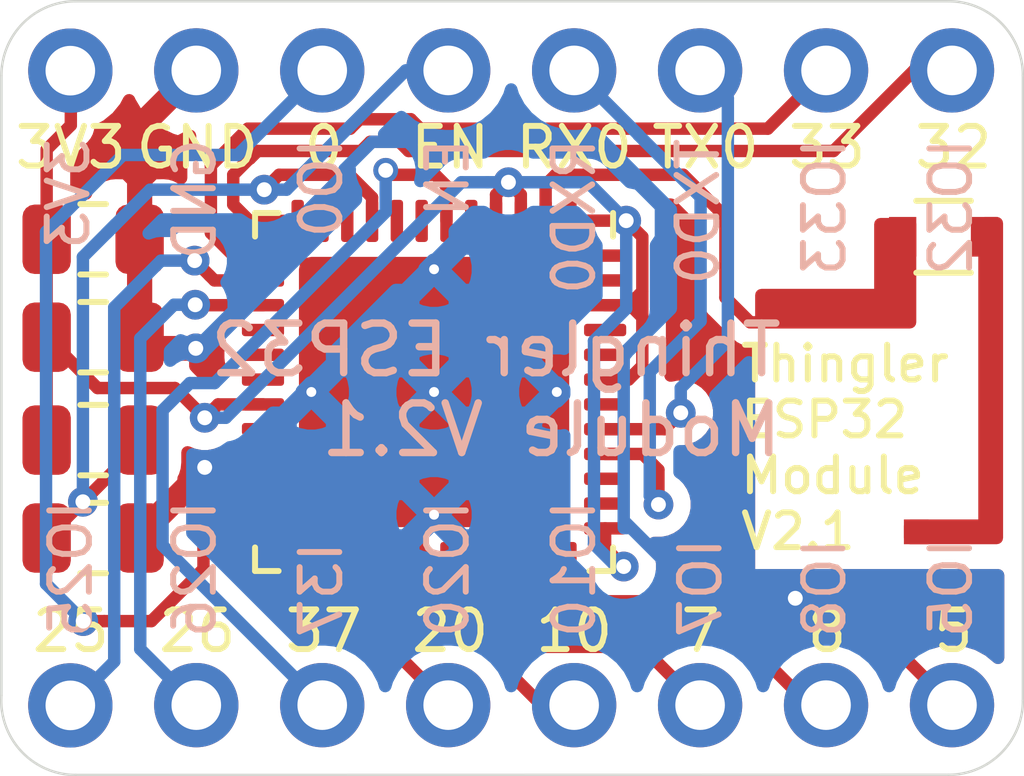
<source format=kicad_pcb>
(kicad_pcb (version 20171130) (host pcbnew "(5.1.4-0-10_14)")

  (general
    (thickness 1.6)
    (drawings 42)
    (tracks 202)
    (zones 0)
    (modules 9)
    (nets 19)
  )

  (page A4)
  (layers
    (0 F.Cu signal)
    (31 B.Cu signal)
    (32 B.Adhes user)
    (33 F.Adhes user)
    (34 B.Paste user)
    (35 F.Paste user)
    (36 B.SilkS user)
    (37 F.SilkS user)
    (38 B.Mask user)
    (39 F.Mask user)
    (40 Dwgs.User user)
    (41 Cmts.User user)
    (42 Eco1.User user)
    (43 Eco2.User user)
    (44 Edge.Cuts user)
    (45 Margin user)
    (46 B.CrtYd user)
    (47 F.CrtYd user)
    (48 B.Fab user hide)
    (49 F.Fab user hide)
  )

  (setup
    (last_trace_width 0.25)
    (trace_clearance 0.2)
    (zone_clearance 0.35)
    (zone_45_only no)
    (trace_min 0.2)
    (via_size 0.6)
    (via_drill 0.3)
    (via_min_size 0.4)
    (via_min_drill 0.3)
    (uvia_size 0.3)
    (uvia_drill 0.1)
    (uvias_allowed no)
    (uvia_min_size 0.2)
    (uvia_min_drill 0.1)
    (edge_width 0.05)
    (segment_width 0.2)
    (pcb_text_width 0.3)
    (pcb_text_size 1.5 1.5)
    (mod_edge_width 0.12)
    (mod_text_size 1 1)
    (mod_text_width 0.15)
    (pad_size 1.524 1.524)
    (pad_drill 0.762)
    (pad_to_mask_clearance 0.051)
    (solder_mask_min_width 0.25)
    (aux_axis_origin 0 0)
    (visible_elements FFFFFF7F)
    (pcbplotparams
      (layerselection 0x010fc_ffffffff)
      (usegerberextensions false)
      (usegerberattributes false)
      (usegerberadvancedattributes false)
      (creategerberjobfile false)
      (excludeedgelayer true)
      (linewidth 0.100000)
      (plotframeref false)
      (viasonmask false)
      (mode 1)
      (useauxorigin false)
      (hpglpennumber 1)
      (hpglpenspeed 20)
      (hpglpendiameter 15.000000)
      (psnegative false)
      (psa4output false)
      (plotreference true)
      (plotvalue true)
      (plotinvisibletext false)
      (padsonsilk false)
      (subtractmaskfromsilk false)
      (outputformat 1)
      (mirror false)
      (drillshape 0)
      (scaleselection 1)
      (outputdirectory "Gerbers/"))
  )

  (net 0 "")
  (net 1 "Net-(AE1-Pad2)")
  (net 2 "Net-(AE1-Pad1)")
  (net 3 Earth)
  (net 4 +3V3)
  (net 5 /EN)
  (net 6 /IO0)
  (net 7 /RXD0)
  (net 8 /TXD0)
  (net 9 /IO5)
  (net 10 /IO33)
  (net 11 /IO32)
  (net 12 /IO25)
  (net 13 /IO26)
  (net 14 /IO10)
  (net 15 /IO7)
  (net 16 /IO8)
  (net 17 /IO20)
  (net 18 /I37)

  (net_class Default "This is the default net class."
    (clearance 0.2)
    (trace_width 0.25)
    (via_dia 0.6)
    (via_drill 0.3)
    (uvia_dia 0.3)
    (uvia_drill 0.1)
    (add_net +3V3)
    (add_net /EN)
    (add_net /I37)
    (add_net /IO0)
    (add_net /IO10)
    (add_net /IO20)
    (add_net /IO25)
    (add_net /IO26)
    (add_net /IO32)
    (add_net /IO33)
    (add_net /IO5)
    (add_net /IO7)
    (add_net /IO8)
    (add_net /RXD0)
    (add_net /TXD0)
    (add_net Earth)
    (add_net "Net-(AE1-Pad1)")
    (add_net "Net-(AE1-Pad2)")
  )

  (module esp32-pico-module:QFN-48 (layer F.Cu) (tedit 5E3DD922) (tstamp 5F214192)
    (at 117.1 108.53 270)
    (path /5F237A81)
    (fp_text reference U1 (at -0.075 -4.85 90) (layer F.SilkS) hide
      (effects (font (size 1 1) (thickness 0.15)))
    )
    (fp_text value ESP32_PICO_V3 (at 0.025 4.825 90) (layer F.Fab) hide
      (effects (font (size 1 1) (thickness 0.15)))
    )
    (fp_line (start 3.87 -4.145) (end -4.37 -4.145) (layer F.CrtYd) (width 0.05))
    (fp_line (start 3.87 4.095) (end 3.87 -4.145) (layer F.CrtYd) (width 0.05))
    (fp_line (start -4.37 4.095) (end 3.87 4.095) (layer F.CrtYd) (width 0.05))
    (fp_line (start -4.37 -4.145) (end -4.37 4.095) (layer F.CrtYd) (width 0.05))
    (fp_line (start -3.75 -2.525) (end -2.75 -3.525) (layer F.Fab) (width 0.1))
    (fp_line (start -3.75 3.475) (end -3.75 -2.525) (layer F.Fab) (width 0.1))
    (fp_line (start 3.25 3.475) (end -3.75 3.475) (layer F.Fab) (width 0.1))
    (fp_line (start 3.25 -3.525) (end 3.25 3.475) (layer F.Fab) (width 0.1))
    (fp_line (start -2.75 -3.525) (end 3.25 -3.525) (layer F.Fab) (width 0.1))
    (fp_line (start -3.385 -3.635) (end -3.86 -3.635) (layer F.SilkS) (width 0.12))
    (fp_line (start 3.36 3.585) (end 3.36 3.11) (layer F.SilkS) (width 0.12))
    (fp_line (start 2.885 3.585) (end 3.36 3.585) (layer F.SilkS) (width 0.12))
    (fp_line (start -3.86 3.585) (end -3.86 3.11) (layer F.SilkS) (width 0.12))
    (fp_line (start -3.385 3.585) (end -3.86 3.585) (layer F.SilkS) (width 0.12))
    (fp_line (start 2.885 -3.635) (end 3.36 -3.635) (layer F.SilkS) (width 0.12))
    (fp_line (start 3.36 -3.635) (end 3.36 -3.16) (layer F.SilkS) (width 0.12))
    (fp_text user %R (at -0.25 -0.025 90) (layer F.Fab) hide
      (effects (font (size 1 1) (thickness 0.15)))
    )
    (pad 49 thru_hole circle (at -2.725 -0.025 270) (size 0.5 0.5) (drill 0.2) (layers *.Cu)
      (net 3 Earth))
    (pad 49 thru_hole circle (at 2.225 -0.025 270) (size 0.5 0.5) (drill 0.2) (layers *.Cu)
      (net 3 Earth))
    (pad 49 thru_hole circle (at -0.25 -2.5 270) (size 0.5 0.5) (drill 0.2) (layers *.Cu)
      (net 3 Earth))
    (pad 48 smd roundrect (at -3 -3.475 270) (size 0.25 0.85) (layers F.Cu F.Paste F.Mask) (roundrect_rratio 0.25))
    (pad 47 smd roundrect (at -2.5 -3.475 270) (size 0.25 0.85) (layers F.Cu F.Paste F.Mask) (roundrect_rratio 0.25))
    (pad 46 smd roundrect (at -2 -3.475 270) (size 0.25 0.85) (layers F.Cu F.Paste F.Mask) (roundrect_rratio 0.25)
      (net 4 +3V3))
    (pad 45 smd roundrect (at -1.5 -3.475 270) (size 0.25 0.85) (layers F.Cu F.Paste F.Mask) (roundrect_rratio 0.25))
    (pad 44 smd roundrect (at -1 -3.475 270) (size 0.25 0.85) (layers F.Cu F.Paste F.Mask) (roundrect_rratio 0.25))
    (pad 43 smd roundrect (at -0.5 -3.475 270) (size 0.25 0.85) (layers F.Cu F.Paste F.Mask) (roundrect_rratio 0.25)
      (net 4 +3V3))
    (pad 42 smd roundrect (at 0 -3.475 270) (size 0.25 0.85) (layers F.Cu F.Paste F.Mask) (roundrect_rratio 0.25))
    (pad 41 smd roundrect (at 0.5 -3.475 270) (size 0.25 0.85) (layers F.Cu F.Paste F.Mask) (roundrect_rratio 0.25)
      (net 8 /TXD0))
    (pad 40 smd roundrect (at 1 -3.475 270) (size 0.25 0.85) (layers F.Cu F.Paste F.Mask) (roundrect_rratio 0.25)
      (net 7 /RXD0))
    (pad 39 smd roundrect (at 1.5 -3.475 270) (size 0.25 0.85) (layers F.Cu F.Paste F.Mask) (roundrect_rratio 0.25))
    (pad 38 smd roundrect (at 2 -3.475 270) (size 0.25 0.85) (layers F.Cu F.Paste F.Mask) (roundrect_rratio 0.25))
    (pad 37 smd roundrect (at 2.5 -3.475 270) (size 0.25 0.85) (layers F.Cu F.Paste F.Mask) (roundrect_rratio 0.25)
      (net 4 +3V3))
    (pad 36 smd roundrect (at 3.2 -2.775 270) (size 0.85 0.25) (layers F.Cu F.Paste F.Mask) (roundrect_rratio 0.25))
    (pad 35 smd roundrect (at 3.2 -2.275 270) (size 0.85 0.25) (layers F.Cu F.Paste F.Mask) (roundrect_rratio 0.25))
    (pad 34 smd roundrect (at 3.2 -1.775 270) (size 0.85 0.25) (layers F.Cu F.Paste F.Mask) (roundrect_rratio 0.25)
      (net 9 /IO5))
    (pad 33 smd roundrect (at 3.2 -1.275 270) (size 0.85 0.25) (layers F.Cu F.Paste F.Mask) (roundrect_rratio 0.25)
      (net 16 /IO8))
    (pad 32 smd roundrect (at 3.2 -0.775 270) (size 0.85 0.25) (layers F.Cu F.Paste F.Mask) (roundrect_rratio 0.25)
      (net 15 /IO7))
    (pad 31 smd roundrect (at 3.2 -0.275 270) (size 0.85 0.25) (layers F.Cu F.Paste F.Mask) (roundrect_rratio 0.25))
    (pad 30 smd roundrect (at 3.2 0.225 270) (size 0.85 0.25) (layers F.Cu F.Paste F.Mask) (roundrect_rratio 0.25))
    (pad 29 smd roundrect (at 3.2 0.725 270) (size 0.85 0.25) (layers F.Cu F.Paste F.Mask) (roundrect_rratio 0.25)
      (net 14 /IO10))
    (pad 28 smd roundrect (at 3.2 1.225 270) (size 0.85 0.25) (layers F.Cu F.Paste F.Mask) (roundrect_rratio 0.25))
    (pad 27 smd roundrect (at 3.2 1.725 270) (size 0.85 0.25) (layers F.Cu F.Paste F.Mask) (roundrect_rratio 0.25)
      (net 17 /IO20))
    (pad 26 smd roundrect (at 3.2 2.225 270) (size 0.85 0.25) (layers F.Cu F.Paste F.Mask) (roundrect_rratio 0.25))
    (pad 25 smd roundrect (at 3.2 2.725 270) (size 0.85 0.25) (layers F.Cu F.Paste F.Mask) (roundrect_rratio 0.25))
    (pad 24 smd roundrect (at 2.5 3.425 270) (size 0.25 0.85) (layers F.Cu F.Paste F.Mask) (roundrect_rratio 0.25))
    (pad 23 smd roundrect (at 2 3.425 270) (size 0.25 0.85) (layers F.Cu F.Paste F.Mask) (roundrect_rratio 0.25)
      (net 6 /IO0))
    (pad 22 smd roundrect (at 1.5 3.425 270) (size 0.25 0.85) (layers F.Cu F.Paste F.Mask) (roundrect_rratio 0.25))
    (pad 21 smd roundrect (at 1 3.425 270) (size 0.25 0.85) (layers F.Cu F.Paste F.Mask) (roundrect_rratio 0.25))
    (pad 20 smd roundrect (at 0.5 3.425 270) (size 0.25 0.85) (layers F.Cu F.Paste F.Mask) (roundrect_rratio 0.25))
    (pad 19 smd roundrect (at 0 3.425 270) (size 0.25 0.85) (layers F.Cu F.Paste F.Mask) (roundrect_rratio 0.25)
      (net 4 +3V3))
    (pad 18 smd roundrect (at -0.5 3.425 270) (size 0.25 0.85) (layers F.Cu F.Paste F.Mask) (roundrect_rratio 0.25))
    (pad 17 smd roundrect (at -1 3.425 270) (size 0.25 0.85) (layers F.Cu F.Paste F.Mask) (roundrect_rratio 0.25))
    (pad 16 smd roundrect (at -1.5 3.425 270) (size 0.25 0.85) (layers F.Cu F.Paste F.Mask) (roundrect_rratio 0.25))
    (pad 15 smd roundrect (at -2 3.425 270) (size 0.25 0.85) (layers F.Cu F.Paste F.Mask) (roundrect_rratio 0.25)
      (net 13 /IO26))
    (pad 14 smd roundrect (at -2.5 3.425 270) (size 0.25 0.85) (layers F.Cu F.Paste F.Mask) (roundrect_rratio 0.25)
      (net 12 /IO25))
    (pad 13 smd roundrect (at -3 3.425 270) (size 0.25 0.85) (layers F.Cu F.Paste F.Mask) (roundrect_rratio 0.25)
      (net 10 /IO33))
    (pad 12 smd roundrect (at -3.7 2.725 270) (size 0.85 0.25) (layers F.Cu F.Paste F.Mask) (roundrect_rratio 0.25)
      (net 11 /IO32))
    (pad 11 smd roundrect (at -3.7 2.225 270) (size 0.85 0.25) (layers F.Cu F.Paste F.Mask) (roundrect_rratio 0.25))
    (pad 10 smd roundrect (at -3.7 1.725 270) (size 0.85 0.25) (layers F.Cu F.Paste F.Mask) (roundrect_rratio 0.25))
    (pad 9 smd roundrect (at -3.7 1.225 270) (size 0.85 0.25) (layers F.Cu F.Paste F.Mask) (roundrect_rratio 0.25)
      (net 5 /EN))
    (pad 8 smd roundrect (at -3.7 0.725 270) (size 0.85 0.25) (layers F.Cu F.Paste F.Mask) (roundrect_rratio 0.25))
    (pad 7 smd roundrect (at -3.7 0.225 270) (size 0.85 0.25) (layers F.Cu F.Paste F.Mask) (roundrect_rratio 0.25))
    (pad 6 smd roundrect (at -3.7 -0.275 270) (size 0.85 0.25) (layers F.Cu F.Paste F.Mask) (roundrect_rratio 0.25)
      (net 18 /I37))
    (pad 5 smd roundrect (at -3.7 -0.775 270) (size 0.85 0.25) (layers F.Cu F.Paste F.Mask) (roundrect_rratio 0.25))
    (pad 4 smd roundrect (at -3.7 -1.275 270) (size 0.85 0.25) (layers F.Cu F.Paste F.Mask) (roundrect_rratio 0.25)
      (net 4 +3V3))
    (pad 3 smd roundrect (at -3.7 -1.775 270) (size 0.85 0.25) (layers F.Cu F.Paste F.Mask) (roundrect_rratio 0.25)
      (net 4 +3V3))
    (pad 2 smd roundrect (at -3.7 -2.275 270) (size 0.85 0.25) (layers F.Cu F.Paste F.Mask) (roundrect_rratio 0.25)
      (net 2 "Net-(AE1-Pad1)"))
    (pad 1 smd roundrect (at -3.7 -2.775 270) (size 0.85 0.25) (layers F.Cu F.Paste F.Mask) (roundrect_rratio 0.25)
      (net 4 +3V3))
    (pad "" smd roundrect (at 1.60625 1.83125 270) (size 1.098483 1.098483) (layers F.Paste) (roundrect_rratio 0.227587))
    (pad "" smd roundrect (at 1.60625 0.59375 270) (size 1.098483 1.098483) (layers F.Paste) (roundrect_rratio 0.227587))
    (pad "" smd roundrect (at 1.60625 -0.64375 270) (size 1.098483 1.098483) (layers F.Paste) (roundrect_rratio 0.227587))
    (pad "" smd roundrect (at 1.60625 -1.88125 270) (size 1.098483 1.098483) (layers F.Paste) (roundrect_rratio 0.227587))
    (pad "" smd roundrect (at 0.36875 1.83125 270) (size 1.098483 1.098483) (layers F.Paste) (roundrect_rratio 0.227587))
    (pad "" smd roundrect (at 0.36875 0.59375 270) (size 1.098483 1.098483) (layers F.Paste) (roundrect_rratio 0.227587))
    (pad "" smd roundrect (at 0.36875 -0.64375 270) (size 1.098483 1.098483) (layers F.Paste) (roundrect_rratio 0.227587))
    (pad "" smd roundrect (at 0.36875 -1.88125 270) (size 1.098483 1.098483) (layers F.Paste) (roundrect_rratio 0.227587))
    (pad "" smd roundrect (at -0.86875 1.83125 270) (size 1.098483 1.098483) (layers F.Paste) (roundrect_rratio 0.227587))
    (pad "" smd roundrect (at -0.86875 0.59375 270) (size 1.098483 1.098483) (layers F.Paste) (roundrect_rratio 0.227587))
    (pad "" smd roundrect (at -0.86875 -0.64375 270) (size 1.098483 1.098483) (layers F.Paste) (roundrect_rratio 0.227587))
    (pad "" smd roundrect (at -0.86875 -1.88125 270) (size 1.098483 1.098483) (layers F.Paste) (roundrect_rratio 0.227587))
    (pad "" smd roundrect (at -2.10625 1.83125 270) (size 1.098483 1.098483) (layers F.Paste) (roundrect_rratio 0.227587))
    (pad "" smd roundrect (at -2.10625 0.59375 270) (size 1.098483 1.098483) (layers F.Paste) (roundrect_rratio 0.227587))
    (pad "" smd roundrect (at -2.10625 -0.64375 270) (size 1.098483 1.098483) (layers F.Paste) (roundrect_rratio 0.227587))
    (pad 49 smd roundrect (at -0.25 -0.025 270) (size 5.45 5.45) (layers F.Cu F.Mask) (roundrect_rratio 0.045872)
      (net 3 Earth))
    (pad "" smd roundrect (at -2.10625 -1.88125 270) (size 1.098483 1.098483) (layers F.Paste) (roundrect_rratio 0.227587))
    (pad 49 thru_hole circle (at -0.25 2.45 270) (size 0.5 0.5) (drill 0.2) (layers *.Cu)
      (net 3 Earth))
    (pad 49 thru_hole circle (at -0.25 -0.025 270) (size 0.5 0.5) (drill 0.2) (layers *.Cu)
      (net 3 Earth))
  )

  (module esp32-pico-module:PinHeader_1x08 (layer B.Cu) (tedit 5E596CDC) (tstamp 5E59C91E)
    (at 109.8 114.6 270)
    (path /5E3B1ABD)
    (fp_text reference J2 (at 0.02 1.86 90) (layer B.SilkS) hide
      (effects (font (size 1 1) (thickness 0.15)) (justify mirror))
    )
    (fp_text value Conn_01x08_Male (at -0.03 -19.64 90) (layer B.Fab)
      (effects (font (size 1 1) (thickness 0.15)) (justify mirror))
    )
    (pad 1 thru_hole oval (at 0 0.01 270) (size 1.7 1.7) (drill 1) (layers *.Cu *.Mask)
      (net 12 /IO25))
    (pad 2 thru_hole oval (at -0.005 -2.53 270) (size 1.7 1.7) (drill 1) (layers *.Cu *.Mask)
      (net 13 /IO26))
    (pad 5 thru_hole oval (at -0.005 -10.15 270) (size 1.7 1.7) (drill 1) (layers *.Cu *.Mask)
      (net 14 /IO10))
    (pad 3 thru_hole oval (at -0.005 -5.07 270) (size 1.7 1.7) (drill 1) (layers *.Cu *.Mask)
      (net 18 /I37))
    (pad 8 thru_hole oval (at -0.005 -17.77 270) (size 1.7 1.7) (drill 1) (layers *.Cu *.Mask)
      (net 9 /IO5))
    (pad 6 thru_hole oval (at -0.005 -12.69 270) (size 1.7 1.7) (drill 1) (layers *.Cu *.Mask)
      (net 15 /IO7))
    (pad 7 thru_hole oval (at -0.005 -15.23 270) (size 1.7 1.7) (drill 1) (layers *.Cu *.Mask)
      (net 16 /IO8))
    (pad 4 thru_hole oval (at -0.005 -7.61 270) (size 1.7 1.7) (drill 1) (layers *.Cu *.Mask)
      (net 17 /IO20))
  )

  (module esp32-pico-module:PinHeader_1x08 (layer B.Cu) (tedit 5E596CDC) (tstamp 5E59C913)
    (at 109.8 101.8 270)
    (path /5E3A35A7)
    (fp_text reference J1 (at 0.02 1.86 90) (layer B.SilkS) hide
      (effects (font (size 1 1) (thickness 0.15)) (justify mirror))
    )
    (fp_text value Conn_01x08_Male (at -0.03 -19.64 90) (layer B.Fab)
      (effects (font (size 1 1) (thickness 0.15)) (justify mirror))
    )
    (pad 4 thru_hole oval (at -0.005 -7.61 270) (size 1.7 1.7) (drill 1) (layers *.Cu *.Mask)
      (net 5 /EN))
    (pad 7 thru_hole oval (at -0.005 -15.23 270) (size 1.7 1.7) (drill 1) (layers *.Cu *.Mask)
      (net 10 /IO33))
    (pad 6 thru_hole oval (at -0.005 -12.69 270) (size 1.7 1.7) (drill 1) (layers *.Cu *.Mask)
      (net 8 /TXD0))
    (pad 8 thru_hole oval (at -0.005 -17.77 270) (size 1.7 1.7) (drill 1) (layers *.Cu *.Mask)
      (net 11 /IO32))
    (pad 3 thru_hole oval (at -0.005 -5.07 270) (size 1.7 1.7) (drill 1) (layers *.Cu *.Mask)
      (net 6 /IO0))
    (pad 5 thru_hole oval (at -0.005 -10.15 270) (size 1.7 1.7) (drill 1) (layers *.Cu *.Mask)
      (net 7 /RXD0))
    (pad 2 thru_hole oval (at -0.005 -2.53 270) (size 1.7 1.7) (drill 1) (layers *.Cu *.Mask)
      (net 3 Earth))
    (pad 1 thru_hole oval (at 0 0.01 270) (size 1.7 1.7) (drill 1) (layers *.Cu *.Mask)
      (net 4 +3V3))
  )

  (module Capacitor_SMD:C_0805_2012Metric (layer F.Cu) (tedit 5B36C52B) (tstamp 5E58ADC9)
    (at 110.25 111.225)
    (descr "Capacitor SMD 0805 (2012 Metric), square (rectangular) end terminal, IPC_7351 nominal, (Body size source: https://docs.google.com/spreadsheets/d/1BsfQQcO9C6DZCsRaXUlFlo91Tg2WpOkGARC1WS5S8t0/edit?usp=sharing), generated with kicad-footprint-generator")
    (tags capacitor)
    (path /5E3D52F8)
    (attr smd)
    (fp_text reference C4 (at 0 -1.65) (layer F.SilkS) hide
      (effects (font (size 1 1) (thickness 0.15)))
    )
    (fp_text value 100n (at 0 1.65) (layer F.Fab) hide
      (effects (font (size 1 1) (thickness 0.15)))
    )
    (fp_text user %R (at 0 0) (layer F.Fab) hide
      (effects (font (size 0.5 0.5) (thickness 0.08)))
    )
    (fp_line (start 1.68 0.95) (end -1.68 0.95) (layer F.CrtYd) (width 0.05))
    (fp_line (start 1.68 -0.95) (end 1.68 0.95) (layer F.CrtYd) (width 0.05))
    (fp_line (start -1.68 -0.95) (end 1.68 -0.95) (layer F.CrtYd) (width 0.05))
    (fp_line (start -1.68 0.95) (end -1.68 -0.95) (layer F.CrtYd) (width 0.05))
    (fp_line (start -0.258578 0.71) (end 0.258578 0.71) (layer F.SilkS) (width 0.12))
    (fp_line (start -0.258578 -0.71) (end 0.258578 -0.71) (layer F.SilkS) (width 0.12))
    (fp_line (start 1 0.6) (end -1 0.6) (layer F.Fab) (width 0.1))
    (fp_line (start 1 -0.6) (end 1 0.6) (layer F.Fab) (width 0.1))
    (fp_line (start -1 -0.6) (end 1 -0.6) (layer F.Fab) (width 0.1))
    (fp_line (start -1 0.6) (end -1 -0.6) (layer F.Fab) (width 0.1))
    (pad 2 smd roundrect (at 0.9375 0) (size 0.975 1.4) (layers F.Cu F.Paste F.Mask) (roundrect_rratio 0.25)
      (net 3 Earth))
    (pad 1 smd roundrect (at -0.9375 0) (size 0.975 1.4) (layers F.Cu F.Paste F.Mask) (roundrect_rratio 0.25)
      (net 5 /EN))
    (model ${KISYS3DMOD}/Capacitor_SMD.3dshapes/C_0805_2012Metric.wrl
      (at (xyz 0 0 0))
      (scale (xyz 1 1 1))
      (rotate (xyz 0 0 0))
    )
  )

  (module Resistor_SMD:R_0805_2012Metric (layer F.Cu) (tedit 5B36C52B) (tstamp 5E58104C)
    (at 110.25 109.25)
    (descr "Resistor SMD 0805 (2012 Metric), square (rectangular) end terminal, IPC_7351 nominal, (Body size source: https://docs.google.com/spreadsheets/d/1BsfQQcO9C6DZCsRaXUlFlo91Tg2WpOkGARC1WS5S8t0/edit?usp=sharing), generated with kicad-footprint-generator")
    (tags resistor)
    (path /5E3D3C0F)
    (attr smd)
    (fp_text reference R1 (at 0 -1.65) (layer F.SilkS) hide
      (effects (font (size 1 1) (thickness 0.15)))
    )
    (fp_text value 10k (at 0 1.65) (layer F.Fab) hide
      (effects (font (size 1 1) (thickness 0.15)))
    )
    (fp_line (start -1 0.6) (end -1 -0.6) (layer F.Fab) (width 0.1))
    (fp_line (start -1 -0.6) (end 1 -0.6) (layer F.Fab) (width 0.1))
    (fp_line (start 1 -0.6) (end 1 0.6) (layer F.Fab) (width 0.1))
    (fp_line (start 1 0.6) (end -1 0.6) (layer F.Fab) (width 0.1))
    (fp_line (start -0.258578 -0.71) (end 0.258578 -0.71) (layer F.SilkS) (width 0.12))
    (fp_line (start -0.258578 0.71) (end 0.258578 0.71) (layer F.SilkS) (width 0.12))
    (fp_line (start -1.68 0.95) (end -1.68 -0.95) (layer F.CrtYd) (width 0.05))
    (fp_line (start -1.68 -0.95) (end 1.68 -0.95) (layer F.CrtYd) (width 0.05))
    (fp_line (start 1.68 -0.95) (end 1.68 0.95) (layer F.CrtYd) (width 0.05))
    (fp_line (start 1.68 0.95) (end -1.68 0.95) (layer F.CrtYd) (width 0.05))
    (fp_text user %R (at 0 0) (layer F.Fab) hide
      (effects (font (size 0.5 0.5) (thickness 0.08)))
    )
    (pad 1 smd roundrect (at -0.9375 0) (size 0.975 1.4) (layers F.Cu F.Paste F.Mask) (roundrect_rratio 0.25)
      (net 4 +3V3))
    (pad 2 smd roundrect (at 0.9375 0) (size 0.975 1.4) (layers F.Cu F.Paste F.Mask) (roundrect_rratio 0.25)
      (net 5 /EN))
    (model ${KISYS3DMOD}/Resistor_SMD.3dshapes/R_0805_2012Metric.wrl
      (at (xyz 0 0 0))
      (scale (xyz 1 1 1))
      (rotate (xyz 0 0 0))
    )
  )

  (module Capacitor_SMD:C_0805_2012Metric (layer F.Cu) (tedit 5B36C52B) (tstamp 5E586FBC)
    (at 110.25 105.2)
    (descr "Capacitor SMD 0805 (2012 Metric), square (rectangular) end terminal, IPC_7351 nominal, (Body size source: https://docs.google.com/spreadsheets/d/1BsfQQcO9C6DZCsRaXUlFlo91Tg2WpOkGARC1WS5S8t0/edit?usp=sharing), generated with kicad-footprint-generator")
    (tags capacitor)
    (path /5E3F6070)
    (attr smd)
    (fp_text reference C1 (at 0 -1.65) (layer F.SilkS) hide
      (effects (font (size 1 1) (thickness 0.15)))
    )
    (fp_text value 10u (at 0 1.65) (layer F.Fab) hide
      (effects (font (size 1 1) (thickness 0.15)))
    )
    (fp_line (start -1 0.6) (end -1 -0.6) (layer F.Fab) (width 0.1))
    (fp_line (start -1 -0.6) (end 1 -0.6) (layer F.Fab) (width 0.1))
    (fp_line (start 1 -0.6) (end 1 0.6) (layer F.Fab) (width 0.1))
    (fp_line (start 1 0.6) (end -1 0.6) (layer F.Fab) (width 0.1))
    (fp_line (start -0.258578 -0.71) (end 0.258578 -0.71) (layer F.SilkS) (width 0.12))
    (fp_line (start -0.258578 0.71) (end 0.258578 0.71) (layer F.SilkS) (width 0.12))
    (fp_line (start -1.68 0.95) (end -1.68 -0.95) (layer F.CrtYd) (width 0.05))
    (fp_line (start -1.68 -0.95) (end 1.68 -0.95) (layer F.CrtYd) (width 0.05))
    (fp_line (start 1.68 -0.95) (end 1.68 0.95) (layer F.CrtYd) (width 0.05))
    (fp_line (start 1.68 0.95) (end -1.68 0.95) (layer F.CrtYd) (width 0.05))
    (fp_text user %R (at 0 0) (layer F.Fab) hide
      (effects (font (size 0.5 0.5) (thickness 0.08)))
    )
    (pad 1 smd roundrect (at -0.9375 0) (size 0.975 1.4) (layers F.Cu F.Paste F.Mask) (roundrect_rratio 0.25)
      (net 4 +3V3))
    (pad 2 smd roundrect (at 0.9375 0) (size 0.975 1.4) (layers F.Cu F.Paste F.Mask) (roundrect_rratio 0.25)
      (net 3 Earth))
    (model ${KISYS3DMOD}/Capacitor_SMD.3dshapes/C_0805_2012Metric.wrl
      (at (xyz 0 0 0))
      (scale (xyz 1 1 1))
      (rotate (xyz 0 0 0))
    )
  )

  (module Capacitor_SMD:C_0805_2012Metric (layer F.Cu) (tedit 5B36C52B) (tstamp 5E58AD07)
    (at 110.25 107.175)
    (descr "Capacitor SMD 0805 (2012 Metric), square (rectangular) end terminal, IPC_7351 nominal, (Body size source: https://docs.google.com/spreadsheets/d/1BsfQQcO9C6DZCsRaXUlFlo91Tg2WpOkGARC1WS5S8t0/edit?usp=sharing), generated with kicad-footprint-generator")
    (tags capacitor)
    (path /5E389384)
    (attr smd)
    (fp_text reference C2 (at 0 -1.65) (layer F.SilkS) hide
      (effects (font (size 1 1) (thickness 0.15)))
    )
    (fp_text value 100n (at 0 1.65) (layer F.Fab) hide
      (effects (font (size 1 1) (thickness 0.15)))
    )
    (fp_line (start -1 0.6) (end -1 -0.6) (layer F.Fab) (width 0.1))
    (fp_line (start -1 -0.6) (end 1 -0.6) (layer F.Fab) (width 0.1))
    (fp_line (start 1 -0.6) (end 1 0.6) (layer F.Fab) (width 0.1))
    (fp_line (start 1 0.6) (end -1 0.6) (layer F.Fab) (width 0.1))
    (fp_line (start -0.258578 -0.71) (end 0.258578 -0.71) (layer F.SilkS) (width 0.12))
    (fp_line (start -0.258578 0.71) (end 0.258578 0.71) (layer F.SilkS) (width 0.12))
    (fp_line (start -1.68 0.95) (end -1.68 -0.95) (layer F.CrtYd) (width 0.05))
    (fp_line (start -1.68 -0.95) (end 1.68 -0.95) (layer F.CrtYd) (width 0.05))
    (fp_line (start 1.68 -0.95) (end 1.68 0.95) (layer F.CrtYd) (width 0.05))
    (fp_line (start 1.68 0.95) (end -1.68 0.95) (layer F.CrtYd) (width 0.05))
    (fp_text user %R (at 0 0) (layer F.Fab) hide
      (effects (font (size 0.5 0.5) (thickness 0.08)))
    )
    (pad 1 smd roundrect (at -0.9375 0) (size 0.975 1.4) (layers F.Cu F.Paste F.Mask) (roundrect_rratio 0.25)
      (net 4 +3V3))
    (pad 2 smd roundrect (at 0.9375 0) (size 0.975 1.4) (layers F.Cu F.Paste F.Mask) (roundrect_rratio 0.25)
      (net 3 Earth))
    (model ${KISYS3DMOD}/Capacitor_SMD.3dshapes/C_0805_2012Metric.wrl
      (at (xyz 0 0 0))
      (scale (xyz 1 1 1))
      (rotate (xyz 0 0 0))
    )
  )

  (module "esp32-pico-module:wifi antenna" (layer F.Cu) (tedit 5E39D8CF) (tstamp 5E59CABB)
    (at 127.4 105.15)
    (path /5E3A84A8)
    (fp_text reference AE1 (at 0 1.875) (layer F.SilkS) hide
      (effects (font (size 1 1) (thickness 0.15)))
    )
    (fp_text value Antenna_Chip (at 0 -1.825) (layer F.Fab) hide
      (effects (font (size 1 1) (thickness 0.15)))
    )
    (fp_line (start -0.55 -0.725) (end 0.55 -0.725) (layer F.SilkS) (width 0.12))
    (fp_line (start 0.55 0.725) (end -0.55 0.725) (layer F.SilkS) (width 0.12))
    (fp_line (start 1.6 0.9) (end 1.6 -0.9) (layer F.CrtYd) (width 0.05))
    (fp_line (start 1.6 -0.9) (end -1.6 -0.9) (layer F.CrtYd) (width 0.05))
    (fp_line (start -1.6 -0.9) (end -1.6 0.9) (layer F.CrtYd) (width 0.05))
    (fp_line (start -1.6 0.9) (end 1.6 0.9) (layer F.CrtYd) (width 0.05))
    (pad 2 smd rect (at 0.825 0) (size 0.55 0.8) (layers F.Cu F.Paste F.Mask)
      (net 1 "Net-(AE1-Pad2)"))
    (pad 1 smd rect (at -0.825 0) (size 0.55 0.8) (layers F.Cu F.Paste F.Mask)
      (net 2 "Net-(AE1-Pad1)"))
  )

  (module esp32-pico-module:AntennaTrace (layer F.Cu) (tedit 5E3EAB2D) (tstamp 5E59CAA8)
    (at 126.85 111.1)
    (path /5E55AAC4)
    (fp_text reference U2 (at 0 2.3) (layer F.SilkS) hide
      (effects (font (size 1 1) (thickness 0.15)))
    )
    (fp_text value Trace (at 0 -1.975) (layer F.Fab) hide
      (effects (font (size 1 1) (thickness 0.15)))
    )
    (pad 1 smd rect (at 0 0) (size 0.5 0.5) (layers F.Cu)
      (net 1 "Net-(AE1-Pad2)"))
  )

  (gr_text 5 (at 127.6 113.1) (layer F.SilkS) (tstamp 5F208B75)
    (effects (font (size 0.8 0.8) (thickness 0.12)))
  )
  (gr_text EN (at 117.4 103.1 90) (layer B.SilkS)
    (effects (font (size 0.8 0.8) (thickness 0.12)) (justify left mirror))
  )
  (gr_text "Thingler\nESP32\nModule\nV2.1" (at 123.25 109.4) (layer F.SilkS)
    (effects (font (size 0.7 0.7) (thickness 0.12)) (justify left))
  )
  (gr_text 8 (at 125.05 113.1) (layer F.SilkS) (tstamp 5E66A0E1)
    (effects (font (size 0.8 0.8) (thickness 0.12)))
  )
  (gr_text "Thingler ESP32\nModule V2.1" (at 124.21 108.24) (layer B.SilkS)
    (effects (font (size 1 1) (thickness 0.15)) (justify left mirror))
  )
  (gr_text IO5 (at 127.55 113.3 90) (layer B.SilkS)
    (effects (font (size 0.8 0.8) (thickness 0.12)) (justify right mirror))
  )
  (gr_text IO8 (at 125 113.3 90) (layer B.SilkS)
    (effects (font (size 0.8 0.8) (thickness 0.112)) (justify right mirror))
  )
  (gr_text IO7 (at 122.5 113.3 90) (layer B.SilkS)
    (effects (font (size 0.8 0.8) (thickness 0.12)) (justify right mirror))
  )
  (gr_text IO10 (at 119.95 113.3 90) (layer B.SilkS)
    (effects (font (size 0.8 0.8) (thickness 0.12)) (justify right mirror))
  )
  (gr_text IO20 (at 117.4 113.3 90) (layer B.SilkS)
    (effects (font (size 0.8 0.8) (thickness 0.12)) (justify right mirror))
  )
  (gr_text I37 (at 114.85 113.3 90) (layer B.SilkS)
    (effects (font (size 0.8 0.8) (thickness 0.12)) (justify right mirror))
  )
  (gr_text IO26 (at 112.3 113.3 90) (layer B.SilkS)
    (effects (font (size 0.8 0.8) (thickness 0.12)) (justify right mirror))
  )
  (gr_text IO25 (at 109.8 113.3 90) (layer B.SilkS)
    (effects (font (size 0.8 0.8) (thickness 0.12)) (justify right mirror))
  )
  (gr_text 3V3 (at 109.75 103.1 90) (layer B.SilkS) (tstamp 5E810656)
    (effects (font (size 0.8 0.8) (thickness 0.12)) (justify left mirror))
  )
  (gr_text GND (at 112.3 103.1 90) (layer B.SilkS)
    (effects (font (size 0.8 0.8) (thickness 0.12)) (justify left mirror))
  )
  (gr_text IO0 (at 114.85 103.1 90) (layer B.SilkS)
    (effects (font (size 0.8 0.8) (thickness 0.12)) (justify left mirror))
  )
  (gr_text RXD0 (at 119.95 103.1 90) (layer B.SilkS)
    (effects (font (size 0.8 0.8) (thickness 0.12)) (justify left mirror))
  )
  (gr_text TXD0 (at 122.45 103.1 90) (layer B.SilkS) (tstamp 5E66A978)
    (effects (font (size 0.8 0.8) (thickness 0.12)) (justify left mirror))
  )
  (gr_text IO33 (at 125 103.1 90) (layer B.SilkS)
    (effects (font (size 0.8 0.8) (thickness 0.12)) (justify left mirror))
  )
  (gr_text IO32 (at 127.55 103.1 90) (layer B.SilkS)
    (effects (font (size 0.8 0.8) (thickness 0.12)) (justify left mirror))
  )
  (gr_text 32 (at 127.6 103.35) (layer F.SilkS)
    (effects (font (size 0.8 0.8) (thickness 0.12)))
  )
  (gr_text 33 (at 125.05 103.35) (layer F.SilkS)
    (effects (font (size 0.8 0.8) (thickness 0.12)))
  )
  (gr_text TX0 (at 122.6 103.35) (layer F.SilkS)
    (effects (font (size 0.8 0.8) (thickness 0.12)))
  )
  (gr_text RX0 (at 119.95 103.35) (layer F.SilkS)
    (effects (font (size 0.8 0.8) (thickness 0.12)))
  )
  (gr_text EN (at 117.45 103.35) (layer F.SilkS)
    (effects (font (size 0.8 0.8) (thickness 0.12)))
  )
  (gr_text 0 (at 114.9 103.35) (layer F.SilkS)
    (effects (font (size 0.8 0.8) (thickness 0.12)))
  )
  (gr_text GND (at 112.35 103.35) (layer F.SilkS)
    (effects (font (size 0.8 0.8) (thickness 0.12)))
  )
  (gr_text 3V3 (at 109.8 103.35) (layer F.SilkS)
    (effects (font (size 0.8 0.8) (thickness 0.12)))
  )
  (gr_text 7 (at 122.5 113.1) (layer F.SilkS) (tstamp 5E66AE3A)
    (effects (font (size 0.8 0.8) (thickness 0.12)))
  )
  (gr_text 10 (at 119.95 113.1) (layer F.SilkS)
    (effects (font (size 0.8 0.8) (thickness 0.12)))
  )
  (gr_text 20 (at 117.45 113.1) (layer F.SilkS) (tstamp 5F208B7A)
    (effects (font (size 0.8 0.8) (thickness 0.12)))
  )
  (gr_text 37 (at 114.9 113.1) (layer F.SilkS)
    (effects (font (size 0.8 0.8) (thickness 0.12)))
  )
  (gr_text 26 (at 112.35 113.1) (layer F.SilkS)
    (effects (font (size 0.8 0.8) (thickness 0.12)))
  )
  (gr_line (start 129 114.5) (end 129 101.9) (layer Edge.Cuts) (width 0.05) (tstamp 5E5961D1))
  (gr_line (start 109.900001 116.003329) (end 127.5 116) (layer Edge.Cuts) (width 0.05) (tstamp 5E5961D0))
  (gr_line (start 108.4 101.9) (end 108.400001 114.400001) (layer Edge.Cuts) (width 0.05) (tstamp 5E5961CF))
  (gr_line (start 127.5 100.4) (end 109.9 100.4) (layer Edge.Cuts) (width 0.05) (tstamp 5E5961CC))
  (gr_arc (start 127.5 114.5) (end 127.5 116) (angle -90) (layer Edge.Cuts) (width 0.05))
  (gr_arc (start 109.9 114.5) (end 108.400001 114.400001) (angle -93.81407483) (layer Edge.Cuts) (width 0.05))
  (gr_arc (start 109.9 101.9) (end 109.9 100.4) (angle -90) (layer Edge.Cuts) (width 0.05))
  (gr_arc (start 127.5 101.9) (end 129 101.9) (angle -90) (layer Edge.Cuts) (width 0.05))
  (gr_text 25 (at 109.8 113.1) (layer F.SilkS)
    (effects (font (size 0.8 0.8) (thickness 0.12)))
  )

  (segment (start 123.5 106.875) (end 123.725 106.875) (width 0.25) (layer F.Cu) (net 2))
  (segment (start 123 106.375) (end 123.5 106.875) (width 0.25) (layer F.Cu) (net 2))
  (segment (start 123 104.75) (end 123 106.375) (width 0.25) (layer F.Cu) (net 2))
  (segment (start 122.15 103.9) (end 123 104.75) (width 0.25) (layer F.Cu) (net 2))
  (segment (start 119.375 104.1) (end 119.575 103.9) (width 0.25) (layer F.Cu) (net 2))
  (segment (start 119.575 103.9) (end 122.15 103.9) (width 0.25) (layer F.Cu) (net 2))
  (segment (start 119.375 104.83) (end 119.375 104.1) (width 0.25) (layer F.Cu) (net 2))
  (segment (start 111.1875 102.9375) (end 112.33 101.795) (width 0.5) (layer F.Cu) (net 3) (status 20))
  (segment (start 111.1875 105.2) (end 111.1875 102.9375) (width 0.25) (layer F.Cu) (net 3) (status 10))
  (via (at 112.5 109.8) (size 0.6) (drill 0.3) (layers F.Cu B.Cu) (net 3))
  (segment (start 111.1875 111.1625) (end 112.55 109.8) (width 0.5) (layer F.Cu) (net 3) (status 10))
  (segment (start 111.1875 111.225) (end 111.1875 111.1625) (width 0.25) (layer F.Cu) (net 3) (status 30))
  (via (at 112.32 107.4) (size 0.6) (drill 0.3) (layers F.Cu B.Cu) (net 3) (tstamp 5F217B60))
  (segment (start 111.4125 107.4) (end 111.1875 107.175) (width 0.25) (layer F.Cu) (net 3) (status 30))
  (segment (start 112.32 107.4) (end 111.4125 107.4) (width 0.5) (layer F.Cu) (net 3) (status 20))
  (segment (start 120.95 110.874998) (end 122.515002 112.44) (width 0.25) (layer B.Cu) (net 3))
  (segment (start 120.95 107.506795) (end 120.95 110.874998) (width 0.25) (layer B.Cu) (net 3))
  (segment (start 121.7 104.544998) (end 121.7 106.756795) (width 0.25) (layer B.Cu) (net 3))
  (segment (start 122.515002 112.44) (end 124.41 112.44) (width 0.25) (layer B.Cu) (net 3))
  (segment (start 120.390001 103.234999) (end 121.7 104.544998) (width 0.25) (layer B.Cu) (net 3))
  (segment (start 121.7 106.756795) (end 120.95 107.506795) (width 0.25) (layer B.Cu) (net 3))
  (segment (start 115.873999 103.234999) (end 120.390001 103.234999) (width 0.25) (layer B.Cu) (net 3))
  (segment (start 115.32 103.788998) (end 115.873999 103.234999) (width 0.25) (layer B.Cu) (net 3))
  (segment (start 115.32 104.4) (end 115.32 103.788998) (width 0.25) (layer B.Cu) (net 3))
  (segment (start 112.32 107.4) (end 115.32 104.4) (width 0.25) (layer B.Cu) (net 3))
  (via (at 124.41 112.44) (size 0.6) (drill 0.3) (layers F.Cu B.Cu) (net 3))
  (segment (start 124.41 112.44) (end 123.97 112) (width 0.25) (layer F.Cu) (net 3))
  (segment (start 123.97 112) (end 122.5 112) (width 0.25) (layer F.Cu) (net 3))
  (segment (start 122.5 112) (end 122.25 111.75) (width 0.25) (layer F.Cu) (net 3))
  (segment (start 110.1 102.1) (end 109.8 101.8) (width 0.25) (layer F.Cu) (net 4) (status 30))
  (segment (start 110.3 101.8) (end 109.8 101.8) (width 0.25) (layer F.Cu) (net 4) (status 30))
  (segment (start 109.75 101.85) (end 109.8 101.8) (width 0.25) (layer F.Cu) (net 4) (status 30))
  (segment (start 109.8 102.9) (end 109.3125 103.3875) (width 0.25) (layer F.Cu) (net 4))
  (segment (start 109.8 101.8) (end 109.8 102.9) (width 0.25) (layer F.Cu) (net 4) (status 10))
  (segment (start 109.3125 103.3875) (end 109.3125 105.2) (width 0.25) (layer F.Cu) (net 4) (status 20))
  (segment (start 109.3125 105.2) (end 109.3125 107.175) (width 0.25) (layer F.Cu) (net 4) (status 30))
  (segment (start 109.3125 109.25) (end 109.3125 107.175) (width 0.25) (layer F.Cu) (net 4) (status 30))
  (segment (start 120.9 104.7) (end 120.9 104.8) (width 0.25) (layer F.Cu) (net 4))
  (segment (start 120.9 104.8) (end 121 104.9) (width 0.25) (layer F.Cu) (net 4) (tstamp 5F2156C6))
  (via (at 121 104.825) (size 0.6) (drill 0.3) (layers F.Cu B.Cu) (net 4) (tstamp 5F215ABD))
  (segment (start 119.88 104.825) (end 119.875 104.83) (width 0.25) (layer F.Cu) (net 4) (status 30))
  (segment (start 121 104.825) (end 119.88 104.825) (width 0.25) (layer F.Cu) (net 4) (status 20))
  (segment (start 121.32501 105.15001) (end 121 104.825) (width 0.25) (layer F.Cu) (net 4))
  (segment (start 121.32501 106.253012) (end 121.32501 105.15001) (width 0.25) (layer F.Cu) (net 4))
  (segment (start 121.048022 106.53) (end 121.32501 106.253012) (width 0.25) (layer F.Cu) (net 4))
  (segment (start 120.575 106.53) (end 121.048022 106.53) (width 0.25) (layer F.Cu) (net 4) (status 10))
  (segment (start 121.048022 108.03) (end 121.32501 107.753012) (width 0.25) (layer F.Cu) (net 4))
  (segment (start 120.575 108.03) (end 121.048022 108.03) (width 0.25) (layer F.Cu) (net 4) (status 10))
  (segment (start 121.048022 106.53) (end 121.08 106.53) (width 0.25) (layer F.Cu) (net 4))
  (segment (start 121.08 106.53) (end 121.32501 106.77501) (width 0.25) (layer F.Cu) (net 4))
  (segment (start 121.32501 106.77501) (end 121.32501 106.253012) (width 0.25) (layer F.Cu) (net 4))
  (segment (start 121.32501 107.753012) (end 121.32501 106.77501) (width 0.25) (layer F.Cu) (net 4))
  (segment (start 121 106.6) (end 121 104.825) (width 0.25) (layer B.Cu) (net 4))
  (segment (start 120.35 107.25) (end 121 106.6) (width 0.25) (layer B.Cu) (net 4))
  (segment (start 120.35 111.35) (end 120.35 107.25) (width 0.25) (layer B.Cu) (net 4))
  (via (at 118.625 104.05) (size 0.6) (drill 0.3) (layers F.Cu B.Cu) (net 4) (tstamp 5F216628))
  (segment (start 118.375 104.3) (end 118.625 104.05) (width 0.25) (layer F.Cu) (net 4))
  (segment (start 118.375 104.83) (end 118.375 104.3) (width 0.25) (layer F.Cu) (net 4) (status 10))
  (segment (start 118.875 104.3) (end 118.625 104.05) (width 0.25) (layer F.Cu) (net 4))
  (segment (start 118.875 104.83) (end 118.875 104.3) (width 0.25) (layer F.Cu) (net 4) (status 10))
  (segment (start 120.225 104.05) (end 118.625 104.05) (width 0.25) (layer B.Cu) (net 4))
  (segment (start 121 104.825) (end 120.225 104.05) (width 0.25) (layer B.Cu) (net 4))
  (via (at 112.5 108.8) (size 0.6) (drill 0.3) (layers F.Cu B.Cu) (net 4))
  (segment (start 112.77 108.53) (end 112.5 108.8) (width 0.25) (layer F.Cu) (net 4))
  (segment (start 113.675 108.53) (end 112.77 108.53) (width 0.25) (layer F.Cu) (net 4) (status 10))
  (segment (start 111.90001 108.20001) (end 112.5 108.8) (width 0.25) (layer F.Cu) (net 4))
  (segment (start 110.33751 108.20001) (end 111.90001 108.20001) (width 0.25) (layer F.Cu) (net 4))
  (segment (start 109.3125 107.175) (end 110.33751 108.20001) (width 0.25) (layer F.Cu) (net 4) (status 10))
  (segment (start 118.200736 104.05) (end 118.625 104.05) (width 0.25) (layer B.Cu) (net 4))
  (segment (start 117.674264 104.05) (end 118.200736 104.05) (width 0.25) (layer B.Cu) (net 4))
  (segment (start 112.924264 108.8) (end 117.674264 104.05) (width 0.25) (layer B.Cu) (net 4))
  (segment (start 112.5 108.8) (end 112.924264 108.8) (width 0.25) (layer B.Cu) (net 4))
  (via (at 120.95 111.8) (size 0.6) (drill 0.3) (layers F.Cu B.Cu) (net 4))
  (segment (start 120.575 111.03) (end 120.575 111.425) (width 0.25) (layer F.Cu) (net 4) (status 10))
  (segment (start 120.95 111.8) (end 120.8 111.8) (width 0.25) (layer B.Cu) (net 4))
  (segment (start 120.8 111.8) (end 120.35 111.35) (width 0.25) (layer B.Cu) (net 4))
  (segment (start 120.575 111.425) (end 120.95 111.8) (width 0.25) (layer F.Cu) (net 4))
  (segment (start 121 104.9) (end 121 104.9) (width 0.25) (layer F.Cu) (net 4) (tstamp 5F2157A3))
  (segment (start 120.9 104.8) (end 120.9 104.8) (width 0.25) (layer F.Cu) (net 4))
  (via (at 113.699999 104.2) (size 0.6) (drill 0.3) (layers F.Cu B.Cu) (net 5))
  (segment (start 110.7 104.9) (end 111.299999 104.300001) (width 0.25) (layer B.Cu) (net 5))
  (segment (start 110.51875 105.08125) (end 110.7 104.9) (width 0.25) (layer B.Cu) (net 5))
  (segment (start 111.4 104.2) (end 111.299999 104.300001) (width 0.25) (layer B.Cu) (net 5))
  (segment (start 113.699999 104.2) (end 111.4 104.2) (width 0.25) (layer B.Cu) (net 5))
  (segment (start 116.555 101.795) (end 117.41 101.795) (width 0.25) (layer B.Cu) (net 5) (status 20))
  (segment (start 114.15 104.2) (end 116.555 101.795) (width 0.25) (layer B.Cu) (net 5))
  (segment (start 111.1875 109.35) (end 111.1875 109.25) (width 0.25) (layer F.Cu) (net 5) (status 30))
  (segment (start 109.3125 111.225) (end 110.04375 110.49375) (width 0.25) (layer F.Cu) (net 5) (status 10))
  (segment (start 110.04375 110.49375) (end 110.51875 110.01875) (width 0.25) (layer F.Cu) (net 5) (tstamp 5F203051))
  (segment (start 110.04375 105.55625) (end 110.7 104.9) (width 0.25) (layer B.Cu) (net 5))
  (segment (start 110.51875 110.01875) (end 111.1875 109.35) (width 0.25) (layer F.Cu) (net 5) (tstamp 5F202A15) (status 20))
  (via (at 110.04375 110.49375) (size 0.6) (drill 0.3) (layers F.Cu B.Cu) (net 5))
  (segment (start 110.04375 110.49375) (end 110.04375 105.55625) (width 0.25) (layer B.Cu) (net 5))
  (segment (start 113.699999 104.2) (end 114.15 104.2) (width 0.25) (layer B.Cu) (net 5))
  (segment (start 115.875 104.356978) (end 115.418023 103.900001) (width 0.25) (layer F.Cu) (net 5))
  (segment (start 113.999998 103.900001) (end 113.699999 104.2) (width 0.25) (layer F.Cu) (net 5))
  (segment (start 115.418023 103.900001) (end 113.999998 103.900001) (width 0.25) (layer F.Cu) (net 5))
  (segment (start 115.875 104.83) (end 115.875 104.356978) (width 0.25) (layer F.Cu) (net 5) (status 10))
  (via (at 110.05 112.9) (size 0.6) (drill 0.3) (layers F.Cu B.Cu) (net 6))
  (segment (start 114.87 101.795) (end 113.165 103.5) (width 0.25) (layer B.Cu) (net 6) (status 10))
  (segment (start 113.165 103.5) (end 110.85 103.5) (width 0.25) (layer B.Cu) (net 6))
  (segment (start 109.3 105.05) (end 109.3 112.15) (width 0.25) (layer B.Cu) (net 6))
  (segment (start 109.3 112.15) (end 110.05 112.9) (width 0.25) (layer B.Cu) (net 6))
  (segment (start 110.85 103.5) (end 109.3 105.05) (width 0.25) (layer B.Cu) (net 6))
  (segment (start 113.675 110.53) (end 112.895 110.53) (width 0.25) (layer F.Cu) (net 6) (status 10))
  (segment (start 112.475 111.85) (end 111.425 112.9) (width 0.25) (layer F.Cu) (net 6))
  (segment (start 110.474264 112.9) (end 110.05 112.9) (width 0.25) (layer F.Cu) (net 6))
  (segment (start 112.475 110.95) (end 112.475 111.85) (width 0.25) (layer F.Cu) (net 6))
  (segment (start 112.895 110.53) (end 112.475 110.95) (width 0.25) (layer F.Cu) (net 6))
  (segment (start 111.425 112.9) (end 110.474264 112.9) (width 0.25) (layer F.Cu) (net 6))
  (segment (start 119.675 102.085) (end 119.96 101.8) (width 0.25) (layer B.Cu) (net 7) (status 30))
  (via (at 121.65 110.55) (size 0.6) (drill 0.3) (layers F.Cu B.Cu) (net 7))
  (segment (start 121.474999 110.374999) (end 121.65 110.55) (width 0.25) (layer B.Cu) (net 7))
  (segment (start 121.474999 107.875001) (end 121.474999 110.374999) (width 0.25) (layer B.Cu) (net 7))
  (segment (start 122.5 106.85) (end 121.474999 107.875001) (width 0.25) (layer B.Cu) (net 7))
  (segment (start 122.5 104.35) (end 122.5 106.85) (width 0.25) (layer B.Cu) (net 7))
  (segment (start 121.25 103.095) (end 121.25 103.1) (width 0.25) (layer B.Cu) (net 7))
  (segment (start 121.25 103.1) (end 122.5 104.35) (width 0.25) (layer B.Cu) (net 7))
  (segment (start 119.95 101.795) (end 121.25 103.095) (width 0.25) (layer B.Cu) (net 7) (status 10))
  (segment (start 121.33 109.53) (end 120.575 109.53) (width 0.25) (layer F.Cu) (net 7) (status 20))
  (segment (start 121.65 109.85) (end 121.33 109.53) (width 0.25) (layer F.Cu) (net 7))
  (segment (start 121.65 110.55) (end 121.65 109.85) (width 0.25) (layer F.Cu) (net 7))
  (segment (start 123.05 102.355) (end 122.49 101.795) (width 0.25) (layer B.Cu) (net 8) (status 30))
  (segment (start 123.05 107.25) (end 123.05 102.355) (width 0.25) (layer B.Cu) (net 8) (status 20))
  (segment (start 122.1 108.2) (end 123.05 107.25) (width 0.25) (layer B.Cu) (net 8))
  (via (at 122.1 108.7) (size 0.6) (drill 0.3) (layers F.Cu B.Cu) (net 8))
  (segment (start 122.1 108.7) (end 122.1 108.2) (width 0.25) (layer B.Cu) (net 8))
  (segment (start 121.77 109.03) (end 122.1 108.7) (width 0.25) (layer F.Cu) (net 8))
  (segment (start 120.575 109.03) (end 121.77 109.03) (width 0.25) (layer F.Cu) (net 8) (status 10))
  (segment (start 118.875 112.225) (end 118.875 111.73) (width 0.25) (layer F.Cu) (net 9) (status 20))
  (segment (start 123.39999 112.49999) (end 119.14999 112.49999) (width 0.25) (layer F.Cu) (net 9))
  (segment (start 119.14999 112.49999) (end 118.875 112.225) (width 0.25) (layer F.Cu) (net 9))
  (segment (start 127.57 114.595) (end 126.225 113.25) (width 0.25) (layer F.Cu) (net 9) (status 10))
  (segment (start 126.225 113.25) (end 124.15 113.25) (width 0.25) (layer F.Cu) (net 9))
  (segment (start 124.15 113.25) (end 123.39999 112.49999) (width 0.25) (layer F.Cu) (net 9))
  (segment (start 112.624987 105.074987) (end 113.08 105.53) (width 0.25) (layer F.Cu) (net 10))
  (segment (start 112.624987 103.713599) (end 112.624987 105.074987) (width 0.25) (layer F.Cu) (net 10))
  (segment (start 116.655999 102.78) (end 115.624002 102.78) (width 0.25) (layer F.Cu) (net 10))
  (segment (start 116.845999 102.97) (end 116.655999 102.78) (width 0.25) (layer F.Cu) (net 10))
  (segment (start 123.854999 102.970001) (end 116.845999 102.97) (width 0.25) (layer F.Cu) (net 10))
  (segment (start 113.08 105.53) (end 113.675 105.53) (width 0.25) (layer F.Cu) (net 10) (status 20))
  (segment (start 115.624002 102.78) (end 115.434002 102.97) (width 0.25) (layer F.Cu) (net 10))
  (segment (start 113.368585 102.970001) (end 112.624987 103.713599) (width 0.25) (layer F.Cu) (net 10))
  (segment (start 115.434002 102.97) (end 113.368585 102.970001) (width 0.25) (layer F.Cu) (net 10))
  (segment (start 125.03 101.795) (end 123.854999 102.970001) (width 0.25) (layer F.Cu) (net 10) (status 10))
  (segment (start 113.074998 103.899999) (end 113.074998 104.500001) (width 0.25) (layer F.Cu) (net 11))
  (segment (start 113.399998 103.574999) (end 113.074998 103.899999) (width 0.25) (layer F.Cu) (net 11))
  (segment (start 113.074998 104.500001) (end 113.404997 104.83) (width 0.25) (layer F.Cu) (net 11))
  (segment (start 113.566399 103.420011) (end 113.411411 103.574999) (width 0.25) (layer F.Cu) (net 11))
  (segment (start 115.652987 103.420011) (end 113.566399 103.420011) (width 0.25) (layer F.Cu) (net 11))
  (segment (start 126.805 101.795) (end 125.179988 103.420012) (width 0.25) (layer F.Cu) (net 11) (status 10))
  (segment (start 113.404997 104.83) (end 114.375 104.83) (width 0.25) (layer F.Cu) (net 11) (status 20))
  (segment (start 113.411411 103.574999) (end 113.399998 103.574999) (width 0.25) (layer F.Cu) (net 11))
  (segment (start 116.611013 103.420011) (end 116.426001 103.234999) (width 0.25) (layer F.Cu) (net 11))
  (segment (start 125.179988 103.420012) (end 116.611013 103.420011) (width 0.25) (layer F.Cu) (net 11))
  (segment (start 127.57 101.795) (end 126.805 101.795) (width 0.25) (layer F.Cu) (net 11) (status 30))
  (segment (start 115.837999 103.234999) (end 115.652987 103.420011) (width 0.25) (layer F.Cu) (net 11))
  (segment (start 116.426001 103.234999) (end 115.837999 103.234999) (width 0.25) (layer F.Cu) (net 11))
  (via (at 112.296926 105.630824) (size 0.6) (drill 0.3) (layers F.Cu B.Cu) (net 12))
  (segment (start 112.596925 105.930823) (end 112.296926 105.630824) (width 0.25) (layer F.Cu) (net 12))
  (segment (start 112.696102 106.03) (end 112.596925 105.930823) (width 0.25) (layer F.Cu) (net 12))
  (segment (start 110.675001 113.714999) (end 110.639999 113.750001) (width 0.25) (layer B.Cu) (net 12))
  (segment (start 110.639999 113.750001) (end 109.79 114.6) (width 0.25) (layer B.Cu) (net 12) (status 20))
  (segment (start 110.675001 106.574999) (end 110.675001 113.714999) (width 0.25) (layer B.Cu) (net 12))
  (segment (start 111.619176 105.630824) (end 110.675001 106.574999) (width 0.25) (layer B.Cu) (net 12))
  (segment (start 112.296926 105.630824) (end 111.619176 105.630824) (width 0.25) (layer B.Cu) (net 12))
  (segment (start 113.675 106.03) (end 112.696102 106.03) (width 0.25) (layer F.Cu) (net 12) (status 10))
  (via (at 112.308786 106.520535) (size 0.6) (drill 0.3) (layers F.Cu B.Cu) (net 13))
  (segment (start 111.879465 106.520535) (end 112.308786 106.520535) (width 0.25) (layer B.Cu) (net 13))
  (segment (start 111.19999 113.46499) (end 111.19999 107.20001) (width 0.25) (layer B.Cu) (net 13))
  (segment (start 111.19999 107.20001) (end 111.879465 106.520535) (width 0.25) (layer B.Cu) (net 13))
  (segment (start 112.33 114.595) (end 111.19999 113.46499) (width 0.25) (layer B.Cu) (net 13) (status 10))
  (segment (start 112.318251 106.53) (end 112.308786 106.520535) (width 0.25) (layer F.Cu) (net 13))
  (segment (start 113.675 106.53) (end 112.318251 106.53) (width 0.25) (layer F.Cu) (net 13) (status 10))
  (segment (start 119.295 114.595) (end 119.537748 114.595) (width 0.25) (layer F.Cu) (net 14) (status 30))
  (segment (start 117.1 113.15) (end 117.85 113.15) (width 0.25) (layer F.Cu) (net 14))
  (segment (start 117.85 113.15) (end 119.295 114.595) (width 0.25) (layer F.Cu) (net 14) (status 20))
  (segment (start 116.375 112.425) (end 117.1 113.15) (width 0.25) (layer F.Cu) (net 14))
  (segment (start 116.375 111.73) (end 116.375 112.425) (width 0.25) (layer F.Cu) (net 14) (status 10))
  (segment (start 121.314999 113.419999) (end 121.640001 113.745001) (width 0.25) (layer F.Cu) (net 15))
  (segment (start 121.640001 113.745001) (end 122.49 114.595) (width 0.25) (layer F.Cu) (net 15) (status 20))
  (segment (start 118.756409 113.419999) (end 121.314999 113.419999) (width 0.25) (layer F.Cu) (net 15))
  (segment (start 117.875 112.53859) (end 118.756409 113.419999) (width 0.25) (layer F.Cu) (net 15))
  (segment (start 117.875 111.73) (end 117.875 112.53859) (width 0.25) (layer F.Cu) (net 15) (status 10))
  (segment (start 124.695 114.595) (end 125.03 114.595) (width 0.25) (layer F.Cu) (net 16) (status 30))
  (segment (start 123.05 112.95) (end 124.695 114.595) (width 0.25) (layer F.Cu) (net 16) (status 20))
  (segment (start 118.95 112.95) (end 123.05 112.95) (width 0.25) (layer F.Cu) (net 16))
  (segment (start 118.375 112.375) (end 118.95 112.95) (width 0.25) (layer F.Cu) (net 16))
  (segment (start 118.375 111.73) (end 118.375 112.375) (width 0.25) (layer F.Cu) (net 16) (status 10))
  (segment (start 115.375 112.56) (end 117.41 114.595) (width 0.25) (layer F.Cu) (net 17) (status 20))
  (segment (start 115.375 111.73) (end 115.375 112.56) (width 0.25) (layer F.Cu) (net 17) (status 10))
  (segment (start 111.65 108.65) (end 112.2 108.1) (width 0.25) (layer B.Cu) (net 18))
  (segment (start 112.7 108.1) (end 116.15 104.65) (width 0.25) (layer B.Cu) (net 18))
  (segment (start 112.2 108.1) (end 112.7 108.1) (width 0.25) (layer B.Cu) (net 18))
  (segment (start 111.65 111.375) (end 111.65 108.65) (width 0.25) (layer B.Cu) (net 18))
  (segment (start 114.87 114.595) (end 111.65 111.375) (width 0.25) (layer B.Cu) (net 18) (status 10))
  (via (at 116.15 103.81) (size 0.5) (drill 0.3) (layers F.Cu B.Cu) (net 18) (tstamp 5F216B9A))
  (segment (start 116.239999 103.899999) (end 116.15 103.81) (width 0.25) (layer F.Cu) (net 18))
  (segment (start 117.375 104.125) (end 117.149999 103.899999) (width 0.25) (layer F.Cu) (net 18))
  (segment (start 117.149999 103.899999) (end 116.239999 103.899999) (width 0.25) (layer F.Cu) (net 18))
  (segment (start 117.375 104.83) (end 117.375 104.125) (width 0.25) (layer F.Cu) (net 18) (status 10))
  (segment (start 116.15 104.65) (end 116.15 103.81) (width 0.25) (layer B.Cu) (net 18))

  (zone (net 1) (net_name "Net-(AE1-Pad2)") (layer F.Cu) (tstamp 5F217E8F) (hatch edge 0.508)
    (connect_pads yes (clearance 0.35))
    (min_thickness 0.254)
    (fill yes (arc_segments 32) (thermal_gap 0.508) (thermal_bridge_width 0.508))
    (polygon
      (pts
        (xy 128.6 111.35) (xy 126.6 111.35) (xy 126.6 110.85) (xy 128.1 110.85) (xy 128.1 104.75)
        (xy 128.6 104.75)
      )
    )
    (filled_polygon
      (pts
        (xy 128.473 111.223) (xy 126.727 111.223) (xy 126.727 110.977) (xy 128.1 110.977) (xy 128.124776 110.97456)
        (xy 128.148601 110.967333) (xy 128.170557 110.955597) (xy 128.189803 110.939803) (xy 128.205597 110.920557) (xy 128.217333 110.898601)
        (xy 128.22456 110.874776) (xy 128.227 110.85) (xy 128.227 104.877) (xy 128.473 104.877)
      )
    )
  )
  (zone (net 2) (net_name "Net-(AE1-Pad1)") (layer F.Cu) (tstamp 5F217E8C) (hatch edge 0.508)
    (connect_pads yes (clearance 0.35))
    (min_thickness 0.254)
    (fill yes (arc_segments 32) (thermal_gap 0.508) (thermal_bridge_width 0.508))
    (polygon
      (pts
        (xy 126.85 104.77) (xy 126 104.77) (xy 126 106.2) (xy 123.6 106.2) (xy 123.6 107)
        (xy 126.85 107)
      )
    )
    (filled_polygon
      (pts
        (xy 126.723 106.873) (xy 123.727 106.873) (xy 123.727 106.327) (xy 126 106.327) (xy 126.024776 106.32456)
        (xy 126.048601 106.317333) (xy 126.070557 106.305597) (xy 126.089803 106.289803) (xy 126.105597 106.270557) (xy 126.117333 106.248601)
        (xy 126.12456 106.224776) (xy 126.127 106.2) (xy 126.127 104.897) (xy 126.723 104.897)
      )
    )
  )
  (zone (net 3) (net_name Earth) (layer B.Cu) (tstamp 5F217E89) (hatch edge 0.508)
    (connect_pads (clearance 0.35))
    (min_thickness 0.254)
    (fill yes (arc_segments 32) (thermal_gap 0.508) (thermal_bridge_width 0.508))
    (polygon
      (pts
        (xy 129 100.4) (xy 108.4 100.4) (xy 108.4 116) (xy 129 116) (xy 129 111.85)
        (xy 123.6 111.85) (xy 123.6 103.55) (xy 129 103.55)
      )
    )
    (filled_polygon
      (pts
        (xy 118.129691 104.653536) (xy 118.256952 104.738569) (xy 118.398357 104.797141) (xy 118.548472 104.827) (xy 118.701528 104.827)
        (xy 118.851643 104.797141) (xy 118.993048 104.738569) (xy 119.120309 104.653536) (xy 119.121845 104.652) (xy 119.975645 104.652)
        (xy 120.223 104.899356) (xy 120.223 104.901528) (xy 120.252859 105.051643) (xy 120.311431 105.193048) (xy 120.396464 105.320309)
        (xy 120.398001 105.321846) (xy 120.398 106.350644) (xy 119.945229 106.803416) (xy 119.922264 106.822263) (xy 119.903417 106.845228)
        (xy 119.903416 106.845229) (xy 119.847035 106.913929) (xy 119.791134 107.018511) (xy 119.756712 107.131988) (xy 119.745089 107.25)
        (xy 119.748001 107.279565) (xy 119.748001 107.407135) (xy 119.686002 107.394887) (xy 119.511672 107.395116) (xy 119.340736 107.429351)
        (xy 119.181826 107.495173) (xy 119.177784 107.683836) (xy 119.6 108.106052) (xy 119.616971 108.089081) (xy 119.748001 108.220111)
        (xy 119.748001 108.339889) (xy 119.616971 108.470919) (xy 119.6 108.453948) (xy 119.177784 108.876164) (xy 119.181826 109.064827)
        (xy 119.342974 109.131328) (xy 119.513998 109.165113) (xy 119.688328 109.164884) (xy 119.748001 109.152933) (xy 119.748 111.320444)
        (xy 119.745089 111.35) (xy 119.748 111.379556) (xy 119.748 111.379565) (xy 119.756711 111.468011) (xy 119.791134 111.581489)
        (xy 119.847034 111.68607) (xy 119.922263 111.777737) (xy 119.945233 111.796588) (xy 120.222356 112.073712) (xy 120.261431 112.168048)
        (xy 120.346464 112.295309) (xy 120.454691 112.403536) (xy 120.581952 112.488569) (xy 120.723357 112.547141) (xy 120.873472 112.577)
        (xy 121.026528 112.577) (xy 121.176643 112.547141) (xy 121.318048 112.488569) (xy 121.445309 112.403536) (xy 121.553536 112.295309)
        (xy 121.638569 112.168048) (xy 121.697141 112.026643) (xy 121.727 111.876528) (xy 121.727 111.723472) (xy 121.697141 111.573357)
        (xy 121.638569 111.431952) (xy 121.567671 111.325846) (xy 121.573472 111.327) (xy 121.726528 111.327) (xy 121.876643 111.297141)
        (xy 122.018048 111.238569) (xy 122.145309 111.153536) (xy 122.253536 111.045309) (xy 122.338569 110.918048) (xy 122.397141 110.776643)
        (xy 122.427 110.626528) (xy 122.427 110.473472) (xy 122.397141 110.323357) (xy 122.338569 110.181952) (xy 122.253536 110.054691)
        (xy 122.145309 109.946464) (xy 122.076999 109.900821) (xy 122.076999 109.477) (xy 122.176528 109.477) (xy 122.326643 109.447141)
        (xy 122.468048 109.388569) (xy 122.595309 109.303536) (xy 122.703536 109.195309) (xy 122.788569 109.068048) (xy 122.847141 108.926643)
        (xy 122.877 108.776528) (xy 122.877 108.623472) (xy 122.847141 108.473357) (xy 122.7976 108.353755) (xy 123.454773 107.696583)
        (xy 123.473 107.681625) (xy 123.473 111.85) (xy 123.47544 111.874776) (xy 123.482667 111.898601) (xy 123.494403 111.920557)
        (xy 123.510197 111.939803) (xy 123.529443 111.955597) (xy 123.551399 111.967333) (xy 123.575224 111.97456) (xy 123.6 111.977)
        (xy 128.498 111.977) (xy 128.498 113.639927) (xy 128.310808 113.486302) (xy 128.080278 113.363081) (xy 127.830137 113.287201)
        (xy 127.635184 113.268) (xy 127.504816 113.268) (xy 127.309863 113.287201) (xy 127.059722 113.363081) (xy 126.829192 113.486302)
        (xy 126.62713 113.65213) (xy 126.461302 113.854192) (xy 126.338081 114.084722) (xy 126.3 114.210257) (xy 126.261919 114.084722)
        (xy 126.138698 113.854192) (xy 125.97287 113.65213) (xy 125.770808 113.486302) (xy 125.540278 113.363081) (xy 125.290137 113.287201)
        (xy 125.095184 113.268) (xy 124.964816 113.268) (xy 124.769863 113.287201) (xy 124.519722 113.363081) (xy 124.289192 113.486302)
        (xy 124.08713 113.65213) (xy 123.921302 113.854192) (xy 123.798081 114.084722) (xy 123.76 114.210257) (xy 123.721919 114.084722)
        (xy 123.598698 113.854192) (xy 123.43287 113.65213) (xy 123.230808 113.486302) (xy 123.000278 113.363081) (xy 122.750137 113.287201)
        (xy 122.555184 113.268) (xy 122.424816 113.268) (xy 122.229863 113.287201) (xy 121.979722 113.363081) (xy 121.749192 113.486302)
        (xy 121.54713 113.65213) (xy 121.381302 113.854192) (xy 121.258081 114.084722) (xy 121.22 114.210257) (xy 121.181919 114.084722)
        (xy 121.058698 113.854192) (xy 120.89287 113.65213) (xy 120.690808 113.486302) (xy 120.460278 113.363081) (xy 120.210137 113.287201)
        (xy 120.015184 113.268) (xy 119.884816 113.268) (xy 119.689863 113.287201) (xy 119.439722 113.363081) (xy 119.209192 113.486302)
        (xy 119.00713 113.65213) (xy 118.841302 113.854192) (xy 118.718081 114.084722) (xy 118.68 114.210257) (xy 118.641919 114.084722)
        (xy 118.518698 113.854192) (xy 118.35287 113.65213) (xy 118.150808 113.486302) (xy 117.920278 113.363081) (xy 117.670137 113.287201)
        (xy 117.475184 113.268) (xy 117.344816 113.268) (xy 117.149863 113.287201) (xy 116.899722 113.363081) (xy 116.669192 113.486302)
        (xy 116.46713 113.65213) (xy 116.301302 113.854192) (xy 116.178081 114.084722) (xy 116.14 114.210257) (xy 116.101919 114.084722)
        (xy 115.978698 113.854192) (xy 115.81287 113.65213) (xy 115.610808 113.486302) (xy 115.380278 113.363081) (xy 115.130137 113.287201)
        (xy 114.935184 113.268) (xy 114.804816 113.268) (xy 114.609863 113.287201) (xy 114.459246 113.33289) (xy 112.47752 111.351164)
        (xy 116.702784 111.351164) (xy 116.706826 111.539827) (xy 116.867974 111.606328) (xy 117.038998 111.640113) (xy 117.213328 111.639884)
        (xy 117.384264 111.605649) (xy 117.543174 111.539827) (xy 117.547216 111.351164) (xy 117.125 110.928948) (xy 116.702784 111.351164)
        (xy 112.47752 111.351164) (xy 112.252 111.125645) (xy 112.252 110.668998) (xy 116.239887 110.668998) (xy 116.240116 110.843328)
        (xy 116.274351 111.014264) (xy 116.340173 111.173174) (xy 116.528836 111.177216) (xy 116.951052 110.755) (xy 117.298948 110.755)
        (xy 117.721164 111.177216) (xy 117.909827 111.173174) (xy 117.976328 111.012026) (xy 118.010113 110.841002) (xy 118.009884 110.666672)
        (xy 117.975649 110.495736) (xy 117.909827 110.336826) (xy 117.721164 110.332784) (xy 117.298948 110.755) (xy 116.951052 110.755)
        (xy 116.528836 110.332784) (xy 116.340173 110.336826) (xy 116.273672 110.497974) (xy 116.239887 110.668998) (xy 112.252 110.668998)
        (xy 112.252 110.158836) (xy 116.702784 110.158836) (xy 117.125 110.581052) (xy 117.547216 110.158836) (xy 117.543174 109.970173)
        (xy 117.382026 109.903672) (xy 117.211002 109.869887) (xy 117.036672 109.870116) (xy 116.865736 109.904351) (xy 116.706826 109.970173)
        (xy 116.702784 110.158836) (xy 112.252 110.158836) (xy 112.252 109.538295) (xy 112.273357 109.547141) (xy 112.423472 109.577)
        (xy 112.576528 109.577) (xy 112.726643 109.547141) (xy 112.868048 109.488569) (xy 112.995309 109.403536) (xy 113.001544 109.397301)
        (xy 113.042276 109.393289) (xy 113.155754 109.358866) (xy 113.260335 109.302966) (xy 113.352001 109.227737) (xy 113.370853 109.204766)
        (xy 113.699455 108.876164) (xy 114.227784 108.876164) (xy 114.231826 109.064827) (xy 114.392974 109.131328) (xy 114.563998 109.165113)
        (xy 114.738328 109.164884) (xy 114.909264 109.130649) (xy 115.068174 109.064827) (xy 115.072216 108.876164) (xy 116.702784 108.876164)
        (xy 116.706826 109.064827) (xy 116.867974 109.131328) (xy 117.038998 109.165113) (xy 117.213328 109.164884) (xy 117.384264 109.130649)
        (xy 117.543174 109.064827) (xy 117.547216 108.876164) (xy 117.125 108.453948) (xy 116.702784 108.876164) (xy 115.072216 108.876164)
        (xy 114.65 108.453948) (xy 114.227784 108.876164) (xy 113.699455 108.876164) (xy 113.877188 108.698431) (xy 114.053836 108.702216)
        (xy 114.476052 108.28) (xy 114.823948 108.28) (xy 115.246164 108.702216) (xy 115.434827 108.698174) (xy 115.501328 108.537026)
        (xy 115.535113 108.366002) (xy 115.534888 108.193998) (xy 116.239887 108.193998) (xy 116.240116 108.368328) (xy 116.274351 108.539264)
        (xy 116.340173 108.698174) (xy 116.528836 108.702216) (xy 116.951052 108.28) (xy 117.298948 108.28) (xy 117.721164 108.702216)
        (xy 117.909827 108.698174) (xy 117.976328 108.537026) (xy 118.010113 108.366002) (xy 118.009888 108.193998) (xy 118.714887 108.193998)
        (xy 118.715116 108.368328) (xy 118.749351 108.539264) (xy 118.815173 108.698174) (xy 119.003836 108.702216) (xy 119.426052 108.28)
        (xy 119.003836 107.857784) (xy 118.815173 107.861826) (xy 118.748672 108.022974) (xy 118.714887 108.193998) (xy 118.009888 108.193998)
        (xy 118.009884 108.191672) (xy 117.975649 108.020736) (xy 117.909827 107.861826) (xy 117.721164 107.857784) (xy 117.298948 108.28)
        (xy 116.951052 108.28) (xy 116.528836 107.857784) (xy 116.340173 107.861826) (xy 116.273672 108.022974) (xy 116.239887 108.193998)
        (xy 115.534888 108.193998) (xy 115.534884 108.191672) (xy 115.500649 108.020736) (xy 115.434827 107.861826) (xy 115.246164 107.857784)
        (xy 114.823948 108.28) (xy 114.476052 108.28) (xy 114.459081 108.263029) (xy 114.633029 108.089081) (xy 114.65 108.106052)
        (xy 115.072216 107.683836) (xy 116.702784 107.683836) (xy 117.125 108.106052) (xy 117.547216 107.683836) (xy 117.543174 107.495173)
        (xy 117.382026 107.428672) (xy 117.211002 107.394887) (xy 117.036672 107.395116) (xy 116.865736 107.429351) (xy 116.706826 107.495173)
        (xy 116.702784 107.683836) (xy 115.072216 107.683836) (xy 115.068431 107.507188) (xy 116.174455 106.401164) (xy 116.702784 106.401164)
        (xy 116.706826 106.589827) (xy 116.867974 106.656328) (xy 117.038998 106.690113) (xy 117.213328 106.689884) (xy 117.384264 106.655649)
        (xy 117.543174 106.589827) (xy 117.547216 106.401164) (xy 117.125 105.978948) (xy 116.702784 106.401164) (xy 116.174455 106.401164)
        (xy 116.352189 106.223431) (xy 116.528836 106.227216) (xy 116.951052 105.805) (xy 117.298948 105.805) (xy 117.721164 106.227216)
        (xy 117.909827 106.223174) (xy 117.976328 106.062026) (xy 118.010113 105.891002) (xy 118.009884 105.716672) (xy 117.975649 105.545736)
        (xy 117.909827 105.386826) (xy 117.721164 105.382784) (xy 117.298948 105.805) (xy 116.951052 105.805) (xy 116.934081 105.788029)
        (xy 117.108029 105.614081) (xy 117.125 105.631052) (xy 117.547216 105.208836) (xy 117.543431 105.032189) (xy 117.923621 104.652)
        (xy 118.128155 104.652)
      )
    )
    (filled_polygon
      (pts
        (xy 120.961431 110.918048) (xy 121.032329 111.024154) (xy 121.026528 111.023) (xy 120.952 111.023) (xy 120.952 110.89528)
      )
    )
    (filled_polygon
      (pts
        (xy 115.423 103.881603) (xy 115.450938 104.022058) (xy 115.505741 104.154364) (xy 115.548 104.217609) (xy 115.548 104.400644)
        (xy 112.450645 107.498) (xy 112.229556 107.498) (xy 112.199999 107.495089) (xy 112.170443 107.498) (xy 112.170434 107.498)
        (xy 112.081988 107.506711) (xy 111.96851 107.541134) (xy 111.863929 107.597034) (xy 111.863927 107.597035) (xy 111.863928 107.597035)
        (xy 111.80199 107.647866) (xy 111.80199 107.449365) (xy 112.012519 107.238837) (xy 112.082143 107.267676) (xy 112.232258 107.297535)
        (xy 112.385314 107.297535) (xy 112.535429 107.267676) (xy 112.676834 107.209104) (xy 112.804095 107.124071) (xy 112.912322 107.015844)
        (xy 112.997355 106.888583) (xy 113.055927 106.747178) (xy 113.085786 106.597063) (xy 113.085786 106.444007) (xy 113.055927 106.293892)
        (xy 112.997355 106.152487) (xy 112.940104 106.066805) (xy 112.985495 105.998872) (xy 113.044067 105.857467) (xy 113.073926 105.707352)
        (xy 113.073926 105.554296) (xy 113.044067 105.404181) (xy 112.985495 105.262776) (xy 112.900462 105.135515) (xy 112.792235 105.027288)
        (xy 112.664974 104.942255) (xy 112.523569 104.883683) (xy 112.373454 104.853824) (xy 112.220398 104.853824) (xy 112.070283 104.883683)
        (xy 111.928878 104.942255) (xy 111.801617 105.027288) (xy 111.800081 105.028824) (xy 111.648732 105.028824) (xy 111.619175 105.025913)
        (xy 111.589619 105.028824) (xy 111.58961 105.028824) (xy 111.501164 105.037535) (xy 111.387686 105.071958) (xy 111.36988 105.081476)
        (xy 111.649356 104.802) (xy 113.203154 104.802) (xy 113.20469 104.803536) (xy 113.331951 104.888569) (xy 113.473356 104.947141)
        (xy 113.623471 104.977) (xy 113.776527 104.977) (xy 113.926642 104.947141) (xy 114.068047 104.888569) (xy 114.195308 104.803536)
        (xy 114.198732 104.800112) (xy 114.268012 104.793289) (xy 114.38149 104.758866) (xy 114.486071 104.702966) (xy 114.577737 104.627737)
        (xy 114.596589 104.604766) (xy 115.423 103.778355)
      )
    )
    (filled_polygon
      (pts
        (xy 118.718081 102.305278) (xy 118.841302 102.535808) (xy 119.00713 102.73787) (xy 119.209192 102.903698) (xy 119.439722 103.026919)
        (xy 119.689863 103.102799) (xy 119.884816 103.122) (xy 120.015184 103.122) (xy 120.210137 103.102799) (xy 120.360754 103.05711)
        (xy 120.780531 103.476887) (xy 120.822263 103.527737) (xy 120.845233 103.546588) (xy 121.898 104.599356) (xy 121.898001 106.600642)
        (xy 121.070232 107.428412) (xy 121.047262 107.447264) (xy 120.972033 107.538931) (xy 120.952 107.57641) (xy 120.952 107.499355)
        (xy 121.404773 107.046583) (xy 121.427737 107.027737) (xy 121.502966 106.936071) (xy 121.558866 106.83149) (xy 121.593289 106.718012)
        (xy 121.602 106.629566) (xy 121.602 106.629557) (xy 121.604911 106.6) (xy 121.602 106.570444) (xy 121.602 105.321845)
        (xy 121.603536 105.320309) (xy 121.688569 105.193048) (xy 121.747141 105.051643) (xy 121.777 104.901528) (xy 121.777 104.748472)
        (xy 121.747141 104.598357) (xy 121.688569 104.456952) (xy 121.603536 104.329691) (xy 121.495309 104.221464) (xy 121.368048 104.136431)
        (xy 121.226643 104.077859) (xy 121.076528 104.048) (xy 121.074356 104.048) (xy 120.671589 103.645234) (xy 120.652737 103.622263)
        (xy 120.561071 103.547034) (xy 120.45649 103.491134) (xy 120.343012 103.456711) (xy 120.254566 103.448) (xy 120.254556 103.448)
        (xy 120.225 103.445089) (xy 120.195444 103.448) (xy 119.121845 103.448) (xy 119.120309 103.446464) (xy 118.993048 103.361431)
        (xy 118.851643 103.302859) (xy 118.701528 103.273) (xy 118.548472 103.273) (xy 118.398357 103.302859) (xy 118.256952 103.361431)
        (xy 118.129691 103.446464) (xy 118.128155 103.448) (xy 117.70382 103.448) (xy 117.674263 103.445089) (xy 117.644707 103.448)
        (xy 117.644698 103.448) (xy 117.556252 103.456711) (xy 117.442774 103.491134) (xy 117.338193 103.547034) (xy 117.338191 103.547035)
        (xy 117.338192 103.547035) (xy 117.269491 103.603416) (xy 117.269487 103.60342) (xy 117.246527 103.622263) (xy 117.227684 103.645223)
        (xy 116.847798 104.025109) (xy 116.849062 104.022058) (xy 116.877 103.881603) (xy 116.877 103.738397) (xy 116.849062 103.597942)
        (xy 116.794259 103.465636) (xy 116.714698 103.346564) (xy 116.613436 103.245302) (xy 116.494364 103.165741) (xy 116.362058 103.110938)
        (xy 116.221603 103.083) (xy 116.118356 103.083) (xy 116.465487 102.735868) (xy 116.46713 102.73787) (xy 116.669192 102.903698)
        (xy 116.899722 103.026919) (xy 117.149863 103.102799) (xy 117.344816 103.122) (xy 117.475184 103.122) (xy 117.670137 103.102799)
        (xy 117.920278 103.026919) (xy 118.150808 102.903698) (xy 118.35287 102.73787) (xy 118.518698 102.535808) (xy 118.641919 102.305278)
        (xy 118.68 102.179743)
      )
    )
    (filled_polygon
      (pts
        (xy 112.457 101.668) (xy 112.477 101.668) (xy 112.477 101.922) (xy 112.457 101.922) (xy 112.457 101.942)
        (xy 112.203 101.942) (xy 112.203 101.922) (xy 112.183 101.922) (xy 112.183 101.668) (xy 112.203 101.668)
        (xy 112.203 101.648) (xy 112.457 101.648)
      )
    )
  )
  (zone (net 3) (net_name Earth) (layer F.Cu) (tstamp 5F217E86) (hatch edge 0.508)
    (connect_pads (clearance 0.35))
    (min_thickness 0.254)
    (fill yes (arc_segments 32) (thermal_gap 0.508) (thermal_bridge_width 0.508))
    (polygon
      (pts
        (xy 129 100.4) (xy 108.4 100.4) (xy 108.4 116) (xy 129 116) (xy 129 111.85)
        (xy 123.6 111.85) (xy 123.6 103.55) (xy 129 103.55)
      )
    )
    (filled_polygon
      (pts
        (xy 128.498 113.639927) (xy 128.310808 113.486302) (xy 128.080278 113.363081) (xy 127.830137 113.287201) (xy 127.635184 113.268)
        (xy 127.504816 113.268) (xy 127.309863 113.287201) (xy 127.159246 113.33289) (xy 126.671589 112.845234) (xy 126.652737 112.822263)
        (xy 126.561071 112.747034) (xy 126.45649 112.691134) (xy 126.343012 112.656711) (xy 126.254566 112.648) (xy 126.254556 112.648)
        (xy 126.225 112.645089) (xy 126.195444 112.648) (xy 124.399357 112.648) (xy 123.846578 112.095223) (xy 123.827727 112.072253)
        (xy 123.736061 111.997024) (xy 123.698599 111.977) (xy 128.498 111.977)
      )
    )
    (filled_polygon
      (pts
        (xy 122.398 104.999356) (xy 122.398001 106.345434) (xy 122.395089 106.375) (xy 122.406712 106.493012) (xy 122.441134 106.606489)
        (xy 122.497035 106.711071) (xy 122.53389 106.755978) (xy 122.572264 106.802737) (xy 122.595229 106.821584) (xy 123.053415 107.279771)
        (xy 123.072263 107.302737) (xy 123.163929 107.377966) (xy 123.26851 107.433866) (xy 123.381988 107.468289) (xy 123.470434 107.477)
        (xy 123.470443 107.477) (xy 123.473 107.477252) (xy 123.473 111.85) (xy 123.47544 111.874776) (xy 123.482667 111.898601)
        (xy 123.485274 111.903478) (xy 123.429556 111.89799) (xy 123.429546 111.89799) (xy 123.39999 111.895079) (xy 123.370434 111.89799)
        (xy 121.722731 111.89799) (xy 121.727 111.876528) (xy 121.727 111.723472) (xy 121.697141 111.573357) (xy 121.638569 111.431952)
        (xy 121.567671 111.325846) (xy 121.573472 111.327) (xy 121.726528 111.327) (xy 121.876643 111.297141) (xy 122.018048 111.238569)
        (xy 122.145309 111.153536) (xy 122.253536 111.045309) (xy 122.338569 110.918048) (xy 122.397141 110.776643) (xy 122.427 110.626528)
        (xy 122.427 110.473472) (xy 122.397141 110.323357) (xy 122.338569 110.181952) (xy 122.253536 110.054691) (xy 122.252 110.053155)
        (xy 122.252 109.879556) (xy 122.254911 109.849999) (xy 122.252 109.820443) (xy 122.252 109.820434) (xy 122.243289 109.731988)
        (xy 122.208866 109.61851) (xy 122.152966 109.513929) (xy 122.143428 109.502307) (xy 122.174265 109.477) (xy 122.176528 109.477)
        (xy 122.326643 109.447141) (xy 122.468048 109.388569) (xy 122.595309 109.303536) (xy 122.703536 109.195309) (xy 122.788569 109.068048)
        (xy 122.847141 108.926643) (xy 122.877 108.776528) (xy 122.877 108.623472) (xy 122.847141 108.473357) (xy 122.788569 108.331952)
        (xy 122.703536 108.204691) (xy 122.595309 108.096464) (xy 122.468048 108.011431) (xy 122.326643 107.952859) (xy 122.176528 107.923)
        (xy 122.023472 107.923) (xy 121.894767 107.9486) (xy 121.918299 107.871024) (xy 121.92701 107.782578) (xy 121.92701 107.782569)
        (xy 121.929921 107.753013) (xy 121.92701 107.723456) (xy 121.92701 106.804566) (xy 121.929921 106.775009) (xy 121.92701 106.745453)
        (xy 121.92701 106.282569) (xy 121.929921 106.253013) (xy 121.92701 106.223456) (xy 121.92701 105.179569) (xy 121.929921 105.15001)
        (xy 121.92701 105.120451) (xy 121.92701 105.120444) (xy 121.918299 105.031998) (xy 121.916871 105.027288) (xy 121.883876 104.91852)
        (xy 121.827976 104.813939) (xy 121.782778 104.758866) (xy 121.777 104.751825) (xy 121.777 104.748472) (xy 121.747141 104.598357)
        (xy 121.707229 104.502) (xy 121.900645 104.502)
      )
    )
    (filled_polygon
      (pts
        (xy 111.3145 111.098) (xy 111.3345 111.098) (xy 111.3345 111.352) (xy 111.3145 111.352) (xy 111.3145 111.372)
        (xy 111.0605 111.372) (xy 111.0605 111.352) (xy 111.0405 111.352) (xy 111.0405 111.098) (xy 111.0605 111.098)
        (xy 111.0605 111.078) (xy 111.3145 111.078)
      )
    )
    (filled_polygon
      (pts
        (xy 112.273357 109.547141) (xy 112.423472 109.577) (xy 112.576528 109.577) (xy 112.726643 109.547141) (xy 112.770693 109.528895)
        (xy 112.770693 109.5925) (xy 112.781104 109.698201) (xy 112.805917 109.78) (xy 112.781104 109.861799) (xy 112.773625 109.937731)
        (xy 112.66351 109.971134) (xy 112.558929 110.027034) (xy 112.467263 110.102263) (xy 112.448415 110.125229) (xy 112.271094 110.302551)
        (xy 112.264502 110.28082) (xy 112.205537 110.170506) (xy 112.126185 110.073815) (xy 112.073716 110.030755) (xy 112.099268 109.982952)
        (xy 112.140414 109.847311) (xy 112.154307 109.70625) (xy 112.154307 109.497829)
      )
    )
    (filled_polygon
      (pts
        (xy 117.272 108.21911) (xy 117.272 108.34089) (xy 117.18589 108.427) (xy 117.06411 108.427) (xy 116.978 108.34089)
        (xy 116.978 108.21911) (xy 117.06411 108.133) (xy 117.18589 108.133)
      )
    )
    (filled_polygon
      (pts
        (xy 112.781104 107.198201) (xy 112.805917 107.28) (xy 112.781104 107.361799) (xy 112.770693 107.4675) (xy 112.770693 107.5925)
        (xy 112.781104 107.698201) (xy 112.805917 107.78) (xy 112.781104 107.861799) (xy 112.774823 107.925564) (xy 112.77 107.925089)
        (xy 112.740443 107.928) (xy 112.740434 107.928) (xy 112.651988 107.936711) (xy 112.53851 107.971134) (xy 112.52807 107.976714)
        (xy 112.346599 107.795244) (xy 112.327747 107.772273) (xy 112.312216 107.759527) (xy 112.31 107.46075) (xy 112.151252 107.302002)
        (xy 112.31 107.302002) (xy 112.31 107.297535) (xy 112.385314 107.297535) (xy 112.535429 107.267676) (xy 112.676834 107.209104)
        (xy 112.775673 107.143062)
      )
    )
    (filled_polygon
      (pts
        (xy 110.985843 102.426252) (xy 111.134822 102.676355) (xy 111.329731 102.892588) (xy 111.56308 103.066641) (xy 111.825901 103.191825)
        (xy 111.97311 103.236476) (xy 112.202998 103.115156) (xy 112.202998 103.28) (xy 112.204393 103.28) (xy 112.19725 103.285862)
        (xy 112.122021 103.377529) (xy 112.066121 103.48211) (xy 112.031698 103.595588) (xy 112.022987 103.684034) (xy 112.022987 103.684043)
        (xy 112.020076 103.713599) (xy 112.022987 103.743156) (xy 112.022987 103.965985) (xy 111.91918 103.910498) (xy 111.799482 103.874188)
        (xy 111.675 103.861928) (xy 111.47325 103.865) (xy 111.3145 104.02375) (xy 111.3145 105.073) (xy 111.3345 105.073)
        (xy 111.3345 105.327) (xy 111.3145 105.327) (xy 111.3145 107.048) (xy 111.3345 107.048) (xy 111.3345 107.302)
        (xy 111.3145 107.302) (xy 111.3145 107.322) (xy 111.0605 107.322) (xy 111.0605 107.302) (xy 111.0405 107.302)
        (xy 111.0405 107.048) (xy 111.0605 107.048) (xy 111.0605 105.327) (xy 111.0405 105.327) (xy 111.0405 105.073)
        (xy 111.0605 105.073) (xy 111.0605 104.02375) (xy 110.90175 103.865) (xy 110.7 103.861928) (xy 110.575518 103.874188)
        (xy 110.45582 103.910498) (xy 110.345506 103.969463) (xy 110.248815 104.048815) (xy 110.169463 104.145506) (xy 110.110498 104.25582)
        (xy 110.104073 104.277) (xy 110.067529 104.232471) (xy 109.957959 104.14255) (xy 109.9145 104.119321) (xy 109.9145 103.636856)
        (xy 110.204776 103.34658) (xy 110.227737 103.327737) (xy 110.24658 103.304777) (xy 110.246584 103.304773) (xy 110.300621 103.238928)
        (xy 110.302966 103.236071) (xy 110.358866 103.13149) (xy 110.393289 103.018012) (xy 110.397012 102.980214) (xy 110.530808 102.908698)
        (xy 110.73287 102.74287) (xy 110.898698 102.540808) (xy 110.975506 102.397111)
      )
    )
    (filled_polygon
      (pts
        (xy 112.457 101.668) (xy 112.477 101.668) (xy 112.477 101.922) (xy 112.457 101.922) (xy 112.457 101.942)
        (xy 112.203 101.942) (xy 112.203 101.922) (xy 112.183 101.922) (xy 112.183 101.668) (xy 112.203 101.668)
        (xy 112.203 101.648) (xy 112.457 101.648)
      )
    )
  )
)

</source>
